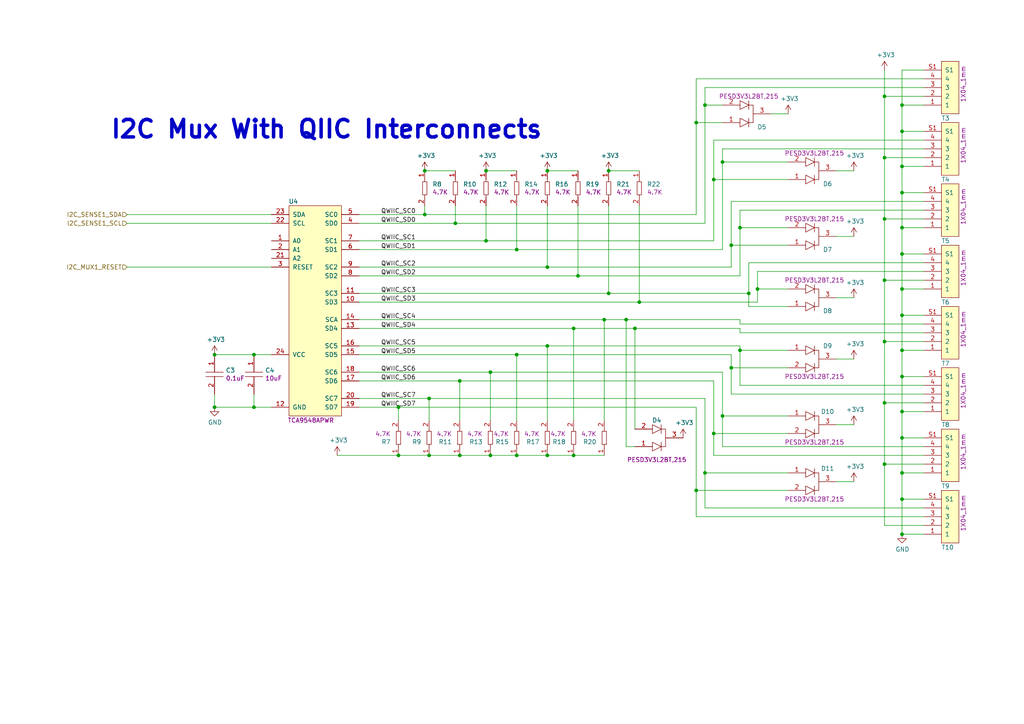
<source format=kicad_sch>
(kicad_sch (version 20231120) (generator "eeschema") (generator_version "8.0")
  (paper "A4")
  (junction (at 132.08 64.77))
  (junction (at 140.97 69.85))
  (junction (at 256.54 116.84))
  (junction (at 62.23 118.11))
  (junction (at 115.57 132.08))
  (junction (at 261.62 127))
  (junction (at 261.62 83.82))
  (junction (at 204.47 137.16))
  (junction (at 158.75 77.47))
  (junction (at 261.62 55.88))
  (junction (at 201.93 142.24))
  (junction (at 181.61 92.71))
  (junction (at 123.19 49.53))
  (junction (at 204.47 30.48))
  (junction (at 209.55 120.65))
  (junction (at 123.19 62.23))
  (junction (at 166.37 95.25))
  (junction (at 133.35 110.49))
  (junction (at 217.17 85.09))
  (junction (at 175.26 92.71))
  (junction (at 185.42 87.63))
  (junction (at 261.62 91.44))
  (junction (at 149.86 132.08))
  (junction (at 261.62 73.66))
  (junction (at 158.75 100.33))
  (junction (at 256.54 134.62))
  (junction (at 73.66 102.87))
  (junction (at 142.24 132.08))
  (junction (at 124.46 132.08))
  (junction (at 158.75 132.08))
  (junction (at 256.54 45.72))
  (junction (at 176.53 49.53))
  (junction (at 140.97 49.53))
  (junction (at 207.01 52.07))
  (junction (at 124.46 115.57))
  (junction (at 261.62 38.1))
  (junction (at 261.62 66.04))
  (junction (at 201.93 35.56))
  (junction (at 261.62 109.22))
  (junction (at 166.37 132.08))
  (junction (at 158.75 49.53))
  (junction (at 261.62 137.16))
  (junction (at 256.54 63.5))
  (junction (at 115.57 118.11))
  (junction (at 133.35 132.08))
  (junction (at 261.62 144.78))
  (junction (at 261.62 48.26))
  (junction (at 214.63 101.6))
  (junction (at 256.54 99.06))
  (junction (at 261.62 119.38))
  (junction (at 149.86 102.87))
  (junction (at 167.64 80.01))
  (junction (at 219.71 83.82))
  (junction (at 176.53 85.09))
  (junction (at 142.24 107.95))
  (junction (at 256.54 81.28))
  (junction (at 214.63 66.04))
  (junction (at 207.01 125.73))
  (junction (at 212.09 71.12))
  (junction (at 256.54 27.94))
  (junction (at 184.15 95.25))
  (junction (at 261.62 154.94))
  (junction (at 212.09 106.68))
  (junction (at 261.62 101.6))
  (junction (at 149.86 72.39))
  (junction (at 209.55 46.99))
  (junction (at 62.23 102.87))
  (junction (at 261.62 30.48))
  (junction (at 73.66 118.11))
  (wire (pts (xy 78.74 64.77) (xy 36.83 64.77)))
  (wire (pts (xy 123.19 62.23) (xy 201.93 62.23)))
  (wire (pts (xy 123.19 49.53) (xy 132.08 49.53)))
  (wire (pts (xy 158.75 121.92) (xy 158.75 100.33)))
  (wire (pts (xy 219.71 83.82) (xy 219.71 87.63)))
  (wire (pts (xy 167.64 80.01) (xy 104.14 80.01)))
  (wire (pts (xy 204.47 25.4) (xy 267.97 25.4)))
  (wire (pts (xy 261.62 109.22) (xy 261.62 101.6)))
  (wire (pts (xy 133.35 110.49) (xy 104.14 110.49)))
  (wire (pts (xy 267.97 132.08) (xy 207.01 132.08)))
  (wire (pts (xy 204.47 115.57) (xy 204.47 137.16)))
  (wire (pts (xy 62.23 114.3) (xy 62.23 118.11)))
  (wire (pts (xy 261.62 66.04) (xy 267.97 66.04)))
  (wire (pts (xy 214.63 66.04) (xy 214.63 80.01)))
  (wire (pts (xy 256.54 63.5) (xy 256.54 81.28)))
  (wire (pts (xy 267.97 109.22) (xy 261.62 109.22)))
  (wire (pts (xy 209.55 43.18) (xy 209.55 46.99)))
  (wire (pts (xy 256.54 45.72) (xy 256.54 63.5)))
  (wire (pts (xy 132.08 64.77) (xy 104.14 64.77)))
  (wire (pts (xy 267.97 55.88) (xy 261.62 55.88)))
  (wire (pts (xy 104.14 100.33) (xy 158.75 100.33)))
  (wire (pts (xy 78.74 62.23) (xy 36.83 62.23)))
  (wire (pts (xy 158.75 132.08) (xy 166.37 132.08)))
  (wire (pts (xy 123.19 59.69) (xy 123.19 62.23)))
  (wire (pts (xy 242.57 123.19) (xy 247.65 123.19)))
  (wire (pts (xy 201.93 22.86) (xy 267.97 22.86)))
  (wire (pts (xy 104.14 107.95) (xy 142.24 107.95)))
  (wire (pts (xy 217.17 88.9) (xy 217.17 85.09)))
  (wire (pts (xy 185.42 87.63) (xy 104.14 87.63)))
  (wire (pts (xy 207.01 132.08) (xy 207.01 125.73)))
  (wire (pts (xy 261.62 101.6) (xy 267.97 101.6)))
  (wire (pts (xy 204.47 147.32) (xy 267.97 147.32)))
  (wire (pts (xy 214.63 111.76) (xy 267.97 111.76)))
  (wire (pts (xy 124.46 121.92) (xy 124.46 115.57)))
  (wire (pts (xy 214.63 60.96) (xy 214.63 66.04)))
  (wire (pts (xy 261.62 66.04) (xy 261.62 55.88)))
  (wire (pts (xy 209.55 35.56) (xy 201.93 35.56)))
  (wire (pts (xy 267.97 81.28) (xy 256.54 81.28)))
  (wire (pts (xy 217.17 85.09) (xy 217.17 76.2)))
  (wire (pts (xy 261.62 91.44) (xy 267.97 91.44)))
  (wire (pts (xy 209.55 72.39) (xy 149.86 72.39)))
  (wire (pts (xy 228.6 142.24) (xy 201.93 142.24)))
  (wire (pts (xy 104.14 77.47) (xy 158.75 77.47)))
  (wire (pts (xy 158.75 59.69) (xy 158.75 77.47)))
  (wire (pts (xy 104.14 62.23) (xy 123.19 62.23)))
  (wire (pts (xy 104.14 92.71) (xy 175.26 92.71)))
  (wire (pts (xy 267.97 27.94) (xy 256.54 27.94)))
  (wire (pts (xy 228.6 88.9) (xy 217.17 88.9)))
  (wire (pts (xy 115.57 118.11) (xy 115.57 121.92)))
  (wire (pts (xy 261.62 48.26) (xy 261.62 38.1)))
  (wire (pts (xy 175.26 132.08) (xy 166.37 132.08)))
  (wire (pts (xy 214.63 100.33) (xy 214.63 101.6)))
  (wire (pts (xy 242.57 104.14) (xy 247.65 104.14)))
  (wire (pts (xy 158.75 49.53) (xy 167.64 49.53)))
  (wire (pts (xy 261.62 101.6) (xy 261.62 91.44)))
  (wire (pts (xy 166.37 95.25) (xy 104.14 95.25)))
  (wire (pts (xy 261.62 20.32) (xy 267.97 20.32)))
  (wire (pts (xy 261.62 55.88) (xy 261.62 48.26)))
  (wire (pts (xy 207.01 40.64) (xy 267.97 40.64)))
  (wire (pts (xy 267.97 127) (xy 261.62 127)))
  (wire (pts (xy 267.97 116.84) (xy 256.54 116.84)))
  (wire (pts (xy 104.14 69.85) (xy 140.97 69.85)))
  (wire (pts (xy 214.63 96.52) (xy 214.63 95.25)))
  (wire (pts (xy 228.6 125.73) (xy 207.01 125.73)))
  (wire (pts (xy 142.24 132.08) (xy 149.86 132.08)))
  (wire (pts (xy 209.55 30.48) (xy 204.47 30.48)))
  (wire (pts (xy 228.6 101.6) (xy 214.63 101.6)))
  (wire (pts (xy 201.93 142.24) (xy 201.93 118.11)))
  (wire (pts (xy 256.54 20.32) (xy 256.54 27.94)))
  (wire (pts (xy 219.71 78.74) (xy 219.71 83.82)))
  (wire (pts (xy 132.08 59.69) (xy 132.08 64.77)))
  (wire (pts (xy 212.09 114.3) (xy 212.09 106.68)))
  (wire (pts (xy 267.97 114.3) (xy 212.09 114.3)))
  (wire (pts (xy 214.63 93.98) (xy 267.97 93.98)))
  (wire (pts (xy 133.35 121.92) (xy 133.35 110.49)))
  (wire (pts (xy 207.01 125.73) (xy 207.01 110.49)))
  (wire (pts (xy 267.97 134.62) (xy 256.54 134.62)))
  (wire (pts (xy 256.54 81.28) (xy 256.54 99.06)))
  (wire (pts (xy 140.97 69.85) (xy 207.01 69.85)))
  (wire (pts (xy 209.55 129.54) (xy 267.97 129.54)))
  (wire (pts (xy 261.62 91.44) (xy 261.62 83.82)))
  (wire (pts (xy 214.63 95.25) (xy 184.15 95.25)))
  (wire (pts (xy 267.97 99.06) (xy 256.54 99.06)))
  (wire (pts (xy 204.47 64.77) (xy 132.08 64.77)))
  (wire (pts (xy 176.53 49.53) (xy 185.42 49.53)))
  (wire (pts (xy 158.75 77.47) (xy 212.09 77.47)))
  (wire (pts (xy 62.23 118.11) (xy 73.66 118.11)))
  (wire (pts (xy 176.53 59.69) (xy 176.53 85.09)))
  (wire (pts (xy 201.93 35.56) (xy 201.93 22.86)))
  (wire (pts (xy 167.64 59.69) (xy 167.64 80.01)))
  (wire (pts (xy 261.62 127) (xy 261.62 119.38)))
  (wire (pts (xy 217.17 76.2) (xy 267.97 76.2)))
  (wire (pts (xy 242.57 49.53) (xy 247.65 49.53)))
  (wire (pts (xy 261.62 144.78) (xy 261.62 154.94)))
  (wire (pts (xy 256.54 134.62) (xy 256.54 152.4)))
  (wire (pts (xy 149.86 72.39) (xy 104.14 72.39)))
  (wire (pts (xy 184.15 95.25) (xy 166.37 95.25)))
  (wire (pts (xy 219.71 87.63) (xy 185.42 87.63)))
  (wire (pts (xy 261.62 137.16) (xy 261.62 127)))
  (wire (pts (xy 73.66 118.11) (xy 78.74 118.11)))
  (wire (pts (xy 204.47 25.4) (xy 204.47 30.48)))
  (wire (pts (xy 140.97 59.69) (xy 140.97 69.85)))
  (wire (pts (xy 228.6 120.65) (xy 209.55 120.65)))
  (wire (pts (xy 124.46 132.08) (xy 133.35 132.08)))
  (wire (pts (xy 261.62 119.38) (xy 267.97 119.38)))
  (wire (pts (xy 261.62 137.16) (xy 261.62 144.78)))
  (wire (pts (xy 149.86 59.69) (xy 149.86 72.39)))
  (wire (pts (xy 175.26 121.92) (xy 175.26 92.71)))
  (wire (pts (xy 124.46 132.08) (xy 115.57 132.08)))
  (wire (pts (xy 267.97 45.72) (xy 256.54 45.72)))
  (wire (pts (xy 212.09 77.47) (xy 212.09 71.12)))
  (wire (pts (xy 104.14 85.09) (xy 176.53 85.09)))
  (wire (pts (xy 228.6 52.07) (xy 207.01 52.07)))
  (wire (pts (xy 261.62 48.26) (xy 267.97 48.26)))
  (wire (pts (xy 78.74 77.47) (xy 36.83 77.47)))
  (wire (pts (xy 176.53 85.09) (xy 217.17 85.09)))
  (wire (pts (xy 142.24 132.08) (xy 133.35 132.08)))
  (wire (pts (xy 228.6 71.12) (xy 212.09 71.12)))
  (wire (pts (xy 228.6 66.04) (xy 214.63 66.04)))
  (wire (pts (xy 261.62 30.48) (xy 261.62 20.32)))
  (wire (pts (xy 214.63 96.52) (xy 267.97 96.52)))
  (wire (pts (xy 97.79 132.08) (xy 115.57 132.08)))
  (wire (pts (xy 242.57 86.36) (xy 247.65 86.36)))
  (wire (pts (xy 209.55 107.95) (xy 209.55 120.65)))
  (wire (pts (xy 201.93 149.86) (xy 201.93 142.24)))
  (wire (pts (xy 242.57 139.7) (xy 247.65 139.7)))
  (wire (pts (xy 115.57 118.11) (xy 104.14 118.11)))
  (wire (pts (xy 201.93 118.11) (xy 115.57 118.11)))
  (wire (pts (xy 212.09 106.68) (xy 212.09 102.87)))
  (wire (pts (xy 214.63 92.71) (xy 214.63 93.98)))
  (wire (pts (xy 228.6 83.82) (xy 219.71 83.82)))
  (wire (pts (xy 181.61 92.71) (xy 214.63 92.71)))
  (wire (pts (xy 204.47 30.48) (xy 204.47 64.77)))
  (wire (pts (xy 73.66 102.87) (xy 62.23 102.87)))
  (wire (pts (xy 261.62 83.82) (xy 261.62 73.66)))
  (wire (pts (xy 201.93 62.23) (xy 201.93 35.56)))
  (wire (pts (xy 207.01 110.49) (xy 133.35 110.49)))
  (wire (pts (xy 228.6 137.16) (xy 204.47 137.16)))
  (wire (pts (xy 256.54 27.94) (xy 256.54 45.72)))
  (wire (pts (xy 261.62 38.1) (xy 261.62 30.48)))
  (wire (pts (xy 104.14 115.57) (xy 124.46 115.57)))
  (wire (pts (xy 73.66 114.3) (xy 73.66 118.11)))
  (wire (pts (xy 267.97 78.74) (xy 219.71 78.74)))
  (wire (pts (xy 261.62 73.66) (xy 261.62 66.04)))
  (wire (pts (xy 184.15 129.54) (xy 181.61 129.54)))
  (wire (pts (xy 261.62 119.38) (xy 261.62 109.22)))
  (wire (pts (xy 267.97 149.86) (xy 201.93 149.86)))
  (wire (pts (xy 140.97 49.53) (xy 149.86 49.53)))
  (wire (pts (xy 212.09 58.42) (xy 267.97 58.42)))
  (wire (pts (xy 267.97 63.5) (xy 256.54 63.5)))
  (wire (pts (xy 142.24 107.95) (xy 209.55 107.95)))
  (wire (pts (xy 175.26 92.71) (xy 181.61 92.71)))
  (wire (pts (xy 256.54 116.84) (xy 256.54 134.62)))
  (wire (pts (xy 228.6 106.68) (xy 212.09 106.68)))
  (wire (pts (xy 149.86 121.92) (xy 149.86 102.87)))
  (wire (pts (xy 261.62 137.16) (xy 267.97 137.16)))
  (wire (pts (xy 207.01 52.07) (xy 207.01 40.64)))
  (wire (pts (xy 142.24 121.92) (xy 142.24 107.95)))
  (wire (pts (xy 158.75 132.08) (xy 149.86 132.08)))
  (wire (pts (xy 256.54 152.4) (xy 267.97 152.4)))
  (wire (pts (xy 267.97 73.66) (xy 261.62 73.66)))
  (wire (pts (xy 212.09 71.12) (xy 212.09 58.42)))
  (wire (pts (xy 261.62 154.94) (xy 267.97 154.94)))
  (wire (pts (xy 214.63 80.01) (xy 167.64 80.01)))
  (wire (pts (xy 181.61 129.54) (xy 181.61 92.71)))
  (wire (pts (xy 267.97 38.1) (xy 261.62 38.1)))
  (wire (pts (xy 207.01 69.85) (xy 207.01 52.07)))
  (wire (pts (xy 267.97 60.96) (xy 214.63 60.96)))
  (wire (pts (xy 209.55 46.99) (xy 209.55 72.39)))
  (wire (pts (xy 228.6 46.99) (xy 209.55 46.99)))
  (wire (pts (xy 209.55 120.65) (xy 209.55 129.54)))
  (wire (pts (xy 204.47 137.16) (xy 204.47 147.32)))
  (wire (pts (xy 124.46 115.57) (xy 204.47 115.57)))
  (wire (pts (xy 166.37 121.92) (xy 166.37 95.25)))
  (wire (pts (xy 214.63 101.6) (xy 214.63 111.76)))
  (wire (pts (xy 73.66 102.87) (xy 78.74 102.87)))
  (wire (pts (xy 149.86 102.87) (xy 104.14 102.87)))
  (wire (pts (xy 256.54 99.06) (xy 256.54 116.84)))
  (wire (pts (xy 242.57 68.58) (xy 247.65 68.58)))
  (wire (pts (xy 267.97 43.18) (xy 209.55 43.18)))
  (wire (pts (xy 261.62 83.82) (xy 267.97 83.82)))
  (wire (pts (xy 223.52 33.02) (xy 228.6 33.02)))
  (wire (pts (xy 267.97 144.78) (xy 261.62 144.78)))
  (wire (pts (xy 185.42 59.69) (xy 185.42 87.63)))
  (wire (pts (xy 184.15 124.46) (xy 184.15 95.25)))
  (wire (pts (xy 261.62 30.48) (xy 267.97 30.48)))
  (wire (pts (xy 212.09 102.87) (xy 149.86 102.87)))
  (wire (pts (xy 158.75 100.33) (xy 214.63 100.33)))
  (text "I2C Mux With QIIC Interconnects" (at 31.75 40.64 0) (effects (font (size 5.08 5.08) (thickness 1.016) (bold yes)) (justify left bottom)))
  (label "QWIIC_SC7" (at 110.49 115.57 0))
  (label "QWIIC_SD1" (at 110.49 72.39 0))
  (label "QWIIC_SC6" (at 110.49 107.95 0))
  (label "QWIIC_SD0" (at 110.49 64.77 0))
  (label "QWIIC_SD6" (at 110.49 110.49 0))
  (label "QWIIC_SD5" (at 110.49 102.87 0))
  (label "QWIIC_SC3" (at 110.49 85.09 0))
  (label "QWIIC_SC0" (at 110.49 62.23 0))
  (label "QWIIC_SD2" (at 110.49 80.01 0))
  (label "QWIIC_SC2" (at 110.49 77.47 0))
  (label "QWIIC_SD4" (at 110.49 95.25 0))
  (label "QWIIC_SD3" (at 110.49 87.63 0))
  (label "QWIIC_SC1" (at 110.49 69.85 0))
  (label "QWIIC_SD7" (at 110.49 118.11 0))
  (label "QWIIC_SC4" (at 110.49 92.71 0))
  (label "QWIIC_SC5" (at 110.49 100.33 0))
  (hierarchical_label "I2C_MUX1_RESET" (shape input) (at 36.83 77.47 180))
  (hierarchical_label "I2C_SENSE1_SCL" (shape input) (at 36.83 64.77 180))
  (hierarchical_label "I2C_SENSE1_SDA" (shape input) (at 36.83 62.23 180))
  (symbol (lib_id "AVR-KiCAD-Lib-Connectors:BM04B-SRSS-TB(LF)(SN)") (at 273.05 33.02 0) (mirror x) (unit 1)
    (property "Reference" "T3" (at 273.05 34.29 0) (effects (justify left)))
    (property "Value" "BM04B-SRSS-TB(LF)(SN)" (effects (hide yes)))
    (property "Footprint" "AVR-KiCAD-Lib-Connectors:CONN_BM04B-SRSS-TB(LF)(SN)" (effects (hide yes)))
    (property "Datasheet" "http://www.jst-mfg.com/product/pdf/eng/eSH.pdf" (effects (hide yes)))
    (property "Cost QTY: 1" "0.63000" (effects (hide yes)))
    (property "Cost QTY: 1000" "0.28713" (effects (hide yes)))
    (property "Cost QTY: 2500" "*" (effects (hide yes)))
    (property "Cost QTY: 5000" "*" (effects (hide yes)))
    (property "Cost QTY: 10000" "0.24226" (effects (hide yes)))
    (property "MFR" "JST Sales America Inc." (effects (hide yes)))
    (property "MFR#" "BM04B-SRSS-TB(LF)(SN)" (effects (hide yes)))
    (property "Vendor" "Digikey" (effects (hide yes)))
    (property "Vendor #" "455-1790-2-ND" (effects (hide yes)))
    (property "Designer" "AVR" (effects (hide yes)))
    (property "Height" "4.9mm" (effects (hide yes)))
    (property "Date Created" "6/18/2020" (effects (hide yes)))
    (property "Date Modified" "6/18/2020" (effects (hide yes)))
    (property "Lead-Free ?" "Yes" (effects (hide yes)))
    (property "RoHS Levels" "1" (effects (hide yes)))
    (property "Mounting" "SMT" (effects (hide yes)))
    (property "Pin Count #" "4" (effects (hide yes)))
    (property "Status" "Active" (effects (hide yes)))
    (property "Tolerance" "*" (effects (hide yes)))
    (property "Type" "Connector" (effects (hide yes)))
    (property "Voltage" "50V" (effects (hide yes)))
    (property "Package" "*" (effects (hide yes)))
    (property "Description" "Connector Header Surface Mount 4 position 0.039\" (1.00mm)" (effects (hide yes)))
    (property "_Value_" "1X04_1mm" (at 279.4 19.05 90) (effects (justify left)))
    (property "Management_ID" "*" (effects (hide yes)))
  )
  (symbol (lib_id "AVR-KiCAD-Lib-Connectors:BM04B-SRSS-TB(LF)(SN)") (at 273.05 50.8 0) (mirror x) (unit 1)
    (property "Reference" "T4" (at 273.05 52.07 0) (effects (justify left)))
    (property "Value" "BM04B-SRSS-TB(LF)(SN)" (effects (hide yes)))
    (property "Footprint" "AVR-KiCAD-Lib-Connectors:CONN_BM04B-SRSS-TB(LF)(SN)" (effects (hide yes)))
    (property "Datasheet" "http://www.jst-mfg.com/product/pdf/eng/eSH.pdf" (effects (hide yes)))
    (property "Cost QTY: 1" "0.63000" (effects (hide yes)))
    (property "Cost QTY: 1000" "0.28713" (effects (hide yes)))
    (property "Cost QTY: 2500" "*" (effects (hide yes)))
    (property "Cost QTY: 5000" "*" (effects (hide yes)))
    (property "Cost QTY: 10000" "0.24226" (effects (hide yes)))
    (property "MFR" "JST Sales America Inc." (effects (hide yes)))
    (property "MFR#" "BM04B-SRSS-TB(LF)(SN)" (effects (hide yes)))
    (property "Vendor" "Digikey" (effects (hide yes)))
    (property "Vendor #" "455-1790-2-ND" (effects (hide yes)))
    (property "Designer" "AVR" (effects (hide yes)))
    (property "Height" "4.9mm" (effects (hide yes)))
    (property "Date Created" "6/18/2020" (effects (hide yes)))
    (property "Date Modified" "6/18/2020" (effects (hide yes)))
    (property "Lead-Free ?" "Yes" (effects (hide yes)))
    (property "RoHS Levels" "1" (effects (hide yes)))
    (property "Mounting" "SMT" (effects (hide yes)))
    (property "Pin Count #" "4" (effects (hide yes)))
    (property "Status" "Active" (effects (hide yes)))
    (property "Tolerance" "*" (effects (hide yes)))
    (property "Type" "Connector" (effects (hide yes)))
    (property "Voltage" "50V" (effects (hide yes)))
    (property "Package" "*" (effects (hide yes)))
    (property "Description" "Connector Header Surface Mount 4 position 0.039\" (1.00mm)" (effects (hide yes)))
    (property "_Value_" "1X04_1mm" (at 279.4 36.83 90) (effects (justify left)))
    (property "Management_ID" "*" (effects (hide yes)))
  )
  (symbol (lib_id "AVR-KiCAD-Lib-Connectors:BM04B-SRSS-TB(LF)(SN)") (at 273.05 68.58 0) (mirror x) (unit 1)
    (property "Reference" "T5" (at 273.05 69.85 0) (effects (justify left)))
    (property "Value" "BM04B-SRSS-TB(LF)(SN)" (effects (hide yes)))
    (property "Footprint" "AVR-KiCAD-Lib-Connectors:CONN_BM04B-SRSS-TB(LF)(SN)" (effects (hide yes)))
    (property "Datasheet" "http://www.jst-mfg.com/product/pdf/eng/eSH.pdf" (effects (hide yes)))
    (property "Cost QTY: 1" "0.63000" (effects (hide yes)))
    (property "Cost QTY: 1000" "0.28713" (effects (hide yes)))
    (property "Cost QTY: 2500" "*" (effects (hide yes)))
    (property "Cost QTY: 5000" "*" (effects (hide yes)))
    (property "Cost QTY: 10000" "0.24226" (effects (hide yes)))
    (property "MFR" "JST Sales America Inc." (effects (hide yes)))
    (property "MFR#" "BM04B-SRSS-TB(LF)(SN)" (effects (hide yes)))
    (property "Vendor" "Digikey" (effects (hide yes)))
    (property "Vendor #" "455-1790-2-ND" (effects (hide yes)))
    (property "Designer" "AVR" (effects (hide yes)))
    (property "Height" "4.9mm" (effects (hide yes)))
    (property "Date Created" "6/18/2020" (effects (hide yes)))
    (property "Date Modified" "6/18/2020" (effects (hide yes)))
    (property "Lead-Free ?" "Yes" (effects (hide yes)))
    (property "RoHS Levels" "1" (effects (hide yes)))
    (property "Mounting" "SMT" (effects (hide yes)))
    (property "Pin Count #" "4" (effects (hide yes)))
    (property "Status" "Active" (effects (hide yes)))
    (property "Tolerance" "*" (effects (hide yes)))
    (property "Type" "Connector" (effects (hide yes)))
    (property "Voltage" "50V" (effects (hide yes)))
    (property "Package" "*" (effects (hide yes)))
    (property "Description" "Connector Header Surface Mount 4 position 0.039\" (1.00mm)" (effects (hide yes)))
    (property "_Value_" "1X04_1mm" (at 279.4 54.61 90) (effects (justify left)))
    (property "Management_ID" "*" (effects (hide yes)))
  )
  (symbol (lib_id "AVR-KiCAD-Lib-Connectors:BM04B-SRSS-TB(LF)(SN)") (at 273.05 86.36 0) (mirror x) (unit 1)
    (property "Reference" "T6" (at 273.05 87.63 0) (effects (justify left)))
    (property "Value" "BM04B-SRSS-TB(LF)(SN)" (effects (hide yes)))
    (property "Footprint" "AVR-KiCAD-Lib-Connectors:CONN_BM04B-SRSS-TB(LF)(SN)" (effects (hide yes)))
    (property "Datasheet" "http://www.jst-mfg.com/product/pdf/eng/eSH.pdf" (effects (hide yes)))
    (property "Cost QTY: 1" "0.63000" (effects (hide yes)))
    (property "Cost QTY: 1000" "0.28713" (effects (hide yes)))
    (property "Cost QTY: 2500" "*" (effects (hide yes)))
    (property "Cost QTY: 5000" "*" (effects (hide yes)))
    (property "Cost QTY: 10000" "0.24226" (effects (hide yes)))
    (property "MFR" "JST Sales America Inc." (effects (hide yes)))
    (property "MFR#" "BM04B-SRSS-TB(LF)(SN)" (effects (hide yes)))
    (property "Vendor" "Digikey" (effects (hide yes)))
    (property "Vendor #" "455-1790-2-ND" (effects (hide yes)))
    (property "Designer" "AVR" (effects (hide yes)))
    (property "Height" "4.9mm" (effects (hide yes)))
    (property "Date Created" "6/18/2020" (effects (hide yes)))
    (property "Date Modified" "6/18/2020" (effects (hide yes)))
    (property "Lead-Free ?" "Yes" (effects (hide yes)))
    (property "RoHS Levels" "1" (effects (hide yes)))
    (property "Mounting" "SMT" (effects (hide yes)))
    (property "Pin Count #" "4" (effects (hide yes)))
    (property "Status" "Active" (effects (hide yes)))
    (property "Tolerance" "*" (effects (hide yes)))
    (property "Type" "Connector" (effects (hide yes)))
    (property "Voltage" "50V" (effects (hide yes)))
    (property "Package" "*" (effects (hide yes)))
    (property "Description" "Connector Header Surface Mount 4 position 0.039\" (1.00mm)" (effects (hide yes)))
    (property "_Value_" "1X04_1mm" (at 279.4 72.39 90) (effects (justify left)))
    (property "Management_ID" "*" (effects (hide yes)))
  )
  (symbol (lib_id "AVR-KiCAD-Lib-Connectors:BM04B-SRSS-TB(LF)(SN)") (at 273.05 104.14 0) (mirror x) (unit 1)
    (property "Reference" "T7" (at 273.05 105.41 0) (effects (justify left)))
    (property "Value" "BM04B-SRSS-TB(LF)(SN)" (effects (hide yes)))
    (property "Footprint" "AVR-KiCAD-Lib-Connectors:CONN_BM04B-SRSS-TB(LF)(SN)" (effects (hide yes)))
    (property "Datasheet" "http://www.jst-mfg.com/product/pdf/eng/eSH.pdf" (effects (hide yes)))
    (property "Cost QTY: 1" "0.63000" (effects (hide yes)))
    (property "Cost QTY: 1000" "0.28713" (effects (hide yes)))
    (property "Cost QTY: 2500" "*" (effects (hide yes)))
    (property "Cost QTY: 5000" "*" (effects (hide yes)))
    (property "Cost QTY: 10000" "0.24226" (effects (hide yes)))
    (property "MFR" "JST Sales America Inc." (effects (hide yes)))
    (property "MFR#" "BM04B-SRSS-TB(LF)(SN)" (effects (hide yes)))
    (property "Vendor" "Digikey" (effects (hide yes)))
    (property "Vendor #" "455-1790-2-ND" (effects (hide yes)))
    (property "Designer" "AVR" (effects (hide yes)))
    (property "Height" "4.9mm" (effects (hide yes)))
    (property "Date Created" "6/18/2020" (effects (hide yes)))
    (property "Date Modified" "6/18/2020" (effects (hide yes)))
    (property "Lead-Free ?" "Yes" (effects (hide yes)))
    (property "RoHS Levels" "1" (effects (hide yes)))
    (property "Mounting" "SMT" (effects (hide yes)))
    (property "Pin Count #" "4" (effects (hide yes)))
    (property "Status" "Active" (effects (hide yes)))
    (property "Tolerance" "*" (effects (hide yes)))
    (property "Type" "Connector" (effects (hide yes)))
    (property "Voltage" "50V" (effects (hide yes)))
    (property "Package" "*" (effects (hide yes)))
    (property "Description" "Connector Header Surface Mount 4 position 0.039\" (1.00mm)" (effects (hide yes)))
    (property "_Value_" "1X04_1mm" (at 279.4 90.17 90) (effects (justify left)))
    (property "Management_ID" "*" (effects (hide yes)))
  )
  (symbol (lib_id "AVR-KiCAD-Lib-Connectors:BM04B-SRSS-TB(LF)(SN)") (at 273.05 121.92 0) (mirror x) (unit 1)
    (property "Reference" "T8" (at 273.05 123.19 0) (effects (justify left)))
    (property "Value" "BM04B-SRSS-TB(LF)(SN)" (effects (hide yes)))
    (property "Footprint" "AVR-KiCAD-Lib-Connectors:CONN_BM04B-SRSS-TB(LF)(SN)" (effects (hide yes)))
    (property "Datasheet" "http://www.jst-mfg.com/product/pdf/eng/eSH.pdf" (effects (hide yes)))
    (property "Cost QTY: 1" "0.63000" (effects (hide yes)))
    (property "Cost QTY: 1000" "0.28713" (effects (hide yes)))
    (property "Cost QTY: 2500" "*" (effects (hide yes)))
    (property "Cost QTY: 5000" "*" (effects (hide yes)))
    (property "Cost QTY: 10000" "0.24226" (effects (hide yes)))
    (property "MFR" "JST Sales America Inc." (effects (hide yes)))
    (property "MFR#" "BM04B-SRSS-TB(LF)(SN)" (effects (hide yes)))
    (property "Vendor" "Digikey" (effects (hide yes)))
    (property "Vendor #" "455-1790-2-ND" (effects (hide yes)))
    (property "Designer" "AVR" (effects (hide yes)))
    (property "Height" "4.9mm" (effects (hide yes)))
    (property "Date Created" "6/18/2020" (effects (hide yes)))
    (property "Date Modified" "6/18/2020" (effects (hide yes)))
    (property "Lead-Free ?" "Yes" (effects (hide yes)))
    (property "RoHS Levels" "1" (effects (hide yes)))
    (property "Mounting" "SMT" (effects (hide yes)))
    (property "Pin Count #" "4" (effects (hide yes)))
    (property "Status" "Active" (effects (hide yes)))
    (property "Tolerance" "*" (effects (hide yes)))
    (property "Type" "Connector" (effects (hide yes)))
    (property "Voltage" "50V" (effects (hide yes)))
    (property "Package" "*" (effects (hide yes)))
    (property "Description" "Connector Header Surface Mount 4 position 0.039\" (1.00mm)" (effects (hide yes)))
    (property "_Value_" "1X04_1mm" (at 279.4 107.95 90) (effects (justify left)))
    (property "Management_ID" "*" (effects (hide yes)))
  )
  (symbol (lib_id "AVR-KiCAD-Lib-Connectors:BM04B-SRSS-TB(LF)(SN)") (at 273.05 139.7 0) (mirror x) (unit 1)
    (property "Reference" "T9" (at 273.05 140.97 0) (effects (justify left)))
    (property "Value" "BM04B-SRSS-TB(LF)(SN)" (effects (hide yes)))
    (property "Footprint" "AVR-KiCAD-Lib-Connectors:CONN_BM04B-SRSS-TB(LF)(SN)" (effects (hide yes)))
    (property "Datasheet" "http://www.jst-mfg.com/product/pdf/eng/eSH.pdf" (effects (hide yes)))
    (property "Cost QTY: 1" "0.63000" (effects (hide yes)))
    (property "Cost QTY: 1000" "0.28713" (effects (hide yes)))
    (property "Cost QTY: 2500" "*" (effects (hide yes)))
    (property "Cost QTY: 5000" "*" (effects (hide yes)))
    (property "Cost QTY: 10000" "0.24226" (effects (hide yes)))
    (property "MFR" "JST Sales America Inc." (effects (hide yes)))
    (property "MFR#" "BM04B-SRSS-TB(LF)(SN)" (effects (hide yes)))
    (property "Vendor" "Digikey" (effects (hide yes)))
    (property "Vendor #" "455-1790-2-ND" (effects (hide yes)))
    (property "Designer" "AVR" (effects (hide yes)))
    (property "Height" "4.9mm" (effects (hide yes)))
    (property "Date Created" "6/18/2020" (effects (hide yes)))
    (property "Date Modified" "6/18/2020" (effects (hide yes)))
    (property "Lead-Free ?" "Yes" (effects (hide yes)))
    (property "RoHS Levels" "1" (effects (hide yes)))
    (property "Mounting" "SMT" (effects (hide yes)))
    (property "Pin Count #" "4" (effects (hide yes)))
    (property "Status" "Active" (effects (hide yes)))
    (property "Tolerance" "*" (effects (hide yes)))
    (property "Type" "Connector" (effects (hide yes)))
    (property "Voltage" "50V" (effects (hide yes)))
    (property "Package" "*" (effects (hide yes)))
    (property "Description" "Connector Header Surface Mount 4 position 0.039\" (1.00mm)" (effects (hide yes)))
    (property "_Value_" "1X04_1mm" (at 279.4 125.73 90) (effects (justify left)))
    (property "Management_ID" "*" (effects (hide yes)))
  )
  (symbol (lib_id "AVR-KiCAD-Lib-Connectors:BM04B-SRSS-TB(LF)(SN)") (at 273.05 157.48 0) (mirror x) (unit 1)
    (property "Reference" "T10" (at 273.05 158.75 0) (effects (justify left)))
    (property "Value" "BM04B-SRSS-TB(LF)(SN)" (effects (hide yes)))
    (property "Footprint" "AVR-KiCAD-Lib-Connectors:CONN_BM04B-SRSS-TB(LF)(SN)" (effects (hide yes)))
    (property "Datasheet" "http://www.jst-mfg.com/product/pdf/eng/eSH.pdf" (effects (hide yes)))
    (property "Cost QTY: 1" "0.63000" (effects (hide yes)))
    (property "Cost QTY: 1000" "0.28713" (effects (hide yes)))
    (property "Cost QTY: 2500" "*" (effects (hide yes)))
    (property "Cost QTY: 5000" "*" (effects (hide yes)))
    (property "Cost QTY: 10000" "0.24226" (effects (hide yes)))
    (property "MFR" "JST Sales America Inc." (effects (hide yes)))
    (property "MFR#" "BM04B-SRSS-TB(LF)(SN)" (effects (hide yes)))
    (property "Vendor" "Digikey" (effects (hide yes)))
    (property "Vendor #" "455-1790-2-ND" (effects (hide yes)))
    (property "Designer" "AVR" (effects (hide yes)))
    (property "Height" "4.9mm" (effects (hide yes)))
    (property "Date Created" "6/18/2020" (effects (hide yes)))
    (property "Date Modified" "6/18/2020" (effects (hide yes)))
    (property "Lead-Free ?" "Yes" (effects (hide yes)))
    (property "RoHS Levels" "1" (effects (hide yes)))
    (property "Mounting" "SMT" (effects (hide yes)))
    (property "Pin Count #" "4" (effects (hide yes)))
    (property "Status" "Active" (effects (hide yes)))
    (property "Tolerance" "*" (effects (hide yes)))
    (property "Type" "Connector" (effects (hide yes)))
    (property "Voltage" "50V" (effects (hide yes)))
    (property "Package" "*" (effects (hide yes)))
    (property "Description" "Connector Header Surface Mount 4 position 0.039\" (1.00mm)" (effects (hide yes)))
    (property "_Value_" "1X04_1mm" (at 279.4 143.51 90) (effects (justify left)))
    (property "Management_ID" "*" (effects (hide yes)))
  )
  (symbol (lib_id "AVR-KiCAD-Lib-ICs:TCA9548APWR") (at 83.82 59.69 0) (unit 1)
    (property "Reference" "U4" (at 85.09 58.42 0))
    (property "Value" "TCA9548APWR" (effects (hide yes)))
    (property "Footprint" "AVR-KiCAD-Lib-ICs:TCA9548APWR" (effects (hide yes)))
    (property "Datasheet" "https://www.ti.com/lit/ds/symlink/tca9548a.pdf?HQS=TI-null-null-digikeymode-df-pf-null-wwe&ts=1592362720242" (effects (hide yes)))
    (property "Cost QTY: 1" "1.49000" (effects (hide yes)))
    (property "Cost QTY: 1000" "0.63000" (effects (hide yes)))
    (property "Cost QTY: 2500" "*" (effects (hide yes)))
    (property "Cost QTY: 5000" "*" (effects (hide yes)))
    (property "Cost QTY: 10000" "*" (effects (hide yes)))
    (property "MFR" "Texas Instruments" (effects (hide yes)))
    (property "MFR#" "TCA9548APWR" (effects (hide yes)))
    (property "Vendor" "Digikey" (effects (hide yes)))
    (property "Vendor #" "296-34905-1-ND" (effects (hide yes)))
    (property "Designer" "AVR" (effects (hide yes)))
    (property "Height" "1.2mm" (effects (hide yes)))
    (property "Date Created" "6/16/2020" (effects (hide yes)))
    (property "Date Modified" "6/16/2020" (effects (hide yes)))
    (property "Lead-Free ?" "Yes" (effects (hide yes)))
    (property "RoHS Levels" "1" (effects (hide yes)))
    (property "Mounting" "SMT" (effects (hide yes)))
    (property "Pin Count #" "24" (effects (hide yes)))
    (property "Status" "Active" (effects (hide yes)))
    (property "Tolerance" "*" (effects (hide yes)))
    (property "Type" "I2C MUX" (effects (hide yes)))
    (property "Voltage" "1.65V ~ 5.5V" (effects (hide yes)))
    (property "Package" "24-TSSOP" (effects (hide yes)))
    (property "Description" "IC I2C SW 8CH W/RESET 24TSSOP" (effects (hide yes)))
    (property "_Value_" "TCA9548APWR" (at 90.17 121.92 0))
    (property "Management_ID" "*" (effects (hide yes)))
  )
  (symbol (lib_id "agricoltura-SunLeaf-2.4G-rescue:GND-power") (at 261.62 154.94 0) (unit 1)
    (property "Reference" "#PWR?" (effects (hide yes)))
    (property "Value" "GND" (at 261.747 159.3342 0))
    (instances (project "agricoltura-SunLeaf-2.4G" (path "" (reference "#PWR026") (unit 1))))
  )
  (symbol (lib_id "agricoltura-SunLeaf-2.4G-rescue:+3V3-power") (at 62.23 102.87 0) (unit 1)
    (property "Reference" "#PWR?" (effects (hide yes)))
    (property "Value" "+3V3" (at 62.611 98.4758 0))
    (instances (project "agricoltura-SunLeaf-2.4G" (path "" (reference "#PWR010") (unit 1)) (path "" (reference "#PWR010") (unit 1))))
  )
  (symbol (lib_id "AVR-KiCAD-Lib-Capacitors:GRM188R61A106KE69J") (at 73.66 107.95 270) (unit 1)
    (property "Reference" "C?" (at 76.9112 107.4166 90) (effects (justify left)))
    (property "Value" "GRM188R61A106KE69J" (effects (hide yes)))
    (property "Footprint" "AVR-KiCAD-Lib-Capacitors:C0603" (effects (hide yes)))
    (property "Datasheet" "https://search.murata.co.jp/Ceramy/image/img/A01X/G101/ENG/GRM188R61A106KE69-01.pdf" (effects (hide yes)))
    (property "Cost QTY: 1" "0.18000" (effects (hide yes)))
    (property "Cost QTY: 1000" "0.03841" (effects (hide yes)))
    (property "Cost QTY: 2500" "0.03674" (effects (hide yes)))
    (property "Cost QTY: 5000" "0.03340" (effects (hide yes)))
    (property "Cost QTY: 10000" "0.02640" (effects (hide yes)))
    (property "MFR" "Murata Electronics" (effects (hide yes)))
    (property "MFR#" "GRM188R61A106KE69J" (effects (hide yes)))
    (property "Vendor" "Digikey" (effects (hide yes)))
    (property "Vendor #" "490-14372-2-ND" (effects (hide yes)))
    (property "Designer" "AVR" (effects (hide yes)))
    (property "Height" "0.95mm" (effects (hide yes)))
    (property "Date Created" "2/28/2020" (effects (hide yes)))
    (property "Date Modified" "2/28/2020" (effects (hide yes)))
    (property "Lead-Free ?" "Yes" (effects (hide yes)))
    (property "RoHS Levels" "1" (effects (hide yes)))
    (property "Mounting" "SMT" (effects (hide yes)))
    (property "Pin Count #" "2" (effects (hide yes)))
    (property "Status" "Active" (effects (hide yes)))
    (property "Tolerance" "10%" (effects (hide yes)))
    (property "Type" "Ceramic Cap" (effects (hide yes)))
    (property "Voltage" "10V" (effects (hide yes)))
    (property "Package" "0603" (effects (hide yes)))
    (property "Description" "10µF ±10% 10V Ceramic Capacitor X5R 0603 (1608 Metric)" (effects (hide yes)))
    (property "_Value_" "10uF" (at 76.9112 109.728 90) (effects (justify left)))
    (property "Management_ID" "*" (effects (hide yes)))
    (instances (project "agricoltura-SunLeaf-2.4G" (path "" (reference "C4") (unit 1))))
  )
  (symbol (lib_id "AVR-KiCAD-Lib-Capacitors:C0402C104K9PACTU") (at 62.23 107.95 270) (unit 1)
    (property "Reference" "C?" (at 65.4812 107.4166 90) (effects (justify left)))
    (property "Value" "C0402C104K9PACTU" (effects (hide yes)))
    (property "Footprint" "AVR-KiCAD-Lib-Resistors:R0402" (effects (hide yes)))
    (property "Datasheet" "https://content.kemet.com/datasheets/KEM_C1006_X5R_SMD.pdf" (effects (hide yes)))
    (property "Cost QTY: 1" "0.10000" (effects (hide yes)))
    (property "Cost QTY: 1000" "0.01139" (effects (hide yes)))
    (property "Cost QTY: 2500" "0.01035" (effects (hide yes)))
    (property "Cost QTY: 5000" "0.00952" (effects (hide yes)))
    (property "Cost QTY: 10000" "0.00756" (effects (hide yes)))
    (property "MFR" "KEMET" (effects (hide yes)))
    (property "MFR#" "C0402C104K9PACTU" (effects (hide yes)))
    (property "Vendor" "Digikey" (effects (hide yes)))
    (property "Vendor #" "399-3026-6-ND" (effects (hide yes)))
    (property "Designer" "AVR" (effects (hide yes)))
    (property "Height" "0.55mm" (effects (hide yes)))
    (property "Date Created" "12/7/2019" (effects (hide yes)))
    (property "Date Modified" "12/7/2019" (effects (hide yes)))
    (property "Lead-Free ?" "Yes" (effects (hide yes)))
    (property "RoHS Levels" "1" (effects (hide yes)))
    (property "Mounting" "SMT" (effects (hide yes)))
    (property "Pin Count #" "2" (effects (hide yes)))
    (property "Status" "Active" (effects (hide yes)))
    (property "Tolerance" "10%" (effects (hide yes)))
    (property "Type" "Ceramic Cap" (effects (hide yes)))
    (property "Voltage" "6.3V" (effects (hide yes)))
    (property "Package" "0402" (effects (hide yes)))
    (property "Description" "0.1µF ±10% 6.3V Ceramic Capacitor X5R 0402 (1005 Metric)" (effects (hide yes)))
    (property "_Value_" "0.1uF" (at 65.4812 109.728 90) (effects (justify left)))
    (property "Management_ID" "*" (effects (hide yes)))
    (instances (project "agricoltura-SunLeaf-2.4G" (path "" (reference "C3") (unit 1))))
  )
  (symbol (lib_id "agricoltura-SunLeaf-2.4G-rescue:+3V3-power") (at 228.6 33.02 0) (unit 1)
    (property "Reference" "#PWR?" (effects (hide yes)))
    (property "Value" "+3V3" (at 228.981 28.6258 0))
    (instances (project "agricoltura-SunLeaf-2.4G" (path "" (reference "#PWR018") (unit 1)) (path "" (reference "#PWR018") (unit 1))))
  )
  (symbol (lib_id "agricoltura-SunLeaf-2.4G-rescue:GND-power") (at 62.23 118.11 0) (unit 1)
    (property "Reference" "#PWR?" (effects (hide yes)))
    (property "Value" "GND" (at 62.357 122.5042 0))
    (instances (project "agricoltura-SunLeaf-2.4G" (path "" (reference "#PWR011") (unit 1))))
  )
  (symbol (lib_id "AVR-KiCAD-Lib-Resistors:RC0402FR-074K7L") (at 123.19 54.61 270) (unit 1)
    (property "Reference" "R8" (at 125.4252 53.4416 90) (effects (justify left)))
    (property "Value" "RC0402FR-074K7L" (effects (hide yes)))
    (property "Footprint" "AVR-KiCAD-Lib-Resistors:R0402" (effects (hide yes)))
    (property "Datasheet" "https://www.yageo.com/upload/media/product/productsearch/datasheet/rchip/PYu-RC_Group_51_RoHS_L_10.pdf" (effects (hide yes)))
    (property "Cost QTY: 1" "0.10000" (effects (hide yes)))
    (property "Cost QTY: 1000" "0.00289" (effects (hide yes)))
    (property "Cost QTY: 2500" "0.00251" (effects (hide yes)))
    (property "Cost QTY: 5000" "0.00207" (effects (hide yes)))
    (property "Cost QTY: 10000" "0.00163" (effects (hide yes)))
    (property "MFR" "Yageo" (effects (hide yes)))
    (property "MFR#" "RC0402FR-074K7L" (effects (hide yes)))
    (property "Vendor" "Digikey" (effects (hide yes)))
    (property "Vendor #" "311-4.7KLRCT-ND" (effects (hide yes)))
    (property "Designer" "AVR" (effects (hide yes)))
    (property "Height" "0.4mm" (effects (hide yes)))
    (property "Date Created" "12/11/2019" (effects (hide yes)))
    (property "Date Modified" "12/11/2019" (effects (hide yes)))
    (property "Lead-Free ?" "Yes" (effects (hide yes)))
    (property "RoHS Levels" "1" (effects (hide yes)))
    (property "Mounting" "SMT" (effects (hide yes)))
    (property "Pin Count #" "2" (effects (hide yes)))
    (property "Status" "Active" (effects (hide yes)))
    (property "Tolerance" "1%" (effects (hide yes)))
    (property "Type" "Thick Film Resistor" (effects (hide yes)))
    (property "Voltage" "*" (effects (hide yes)))
    (property "Package" "0402" (effects (hide yes)))
    (property "_Value_" "4.7K" (at 125.4252 55.753 90) (effects (justify left)))
    (property "Management_ID" "*" (effects (hide yes)))
    (property "Description" "4.7 kOhms ±1% 0.063W, 1/16W Chip Resistor 0402 (1005 Metric) Moisture Resistant Thick Film" (effects (hide yes)))
  )
  (symbol (lib_id "AVR-KiCAD-Lib-Resistors:RC0402FR-074K7L") (at 132.08 54.61 270) (unit 1)
    (property "Reference" "R10" (at 134.3152 53.4416 90) (effects (justify left)))
    (property "Value" "RC0402FR-074K7L" (effects (hide yes)))
    (property "Footprint" "AVR-KiCAD-Lib-Resistors:R0402" (effects (hide yes)))
    (property "Datasheet" "https://www.yageo.com/upload/media/product/productsearch/datasheet/rchip/PYu-RC_Group_51_RoHS_L_10.pdf" (effects (hide yes)))
    (property "Cost QTY: 1" "0.10000" (effects (hide yes)))
    (property "Cost QTY: 1000" "0.00289" (effects (hide yes)))
    (property "Cost QTY: 2500" "0.00251" (effects (hide yes)))
    (property "Cost QTY: 5000" "0.00207" (effects (hide yes)))
    (property "Cost QTY: 10000" "0.00163" (effects (hide yes)))
    (property "MFR" "Yageo" (effects (hide yes)))
    (property "MFR#" "RC0402FR-074K7L" (effects (hide yes)))
    (property "Vendor" "Digikey" (effects (hide yes)))
    (property "Vendor #" "311-4.7KLRCT-ND" (effects (hide yes)))
    (property "Designer" "AVR" (effects (hide yes)))
    (property "Height" "0.4mm" (effects (hide yes)))
    (property "Date Created" "12/11/2019" (effects (hide yes)))
    (property "Date Modified" "12/11/2019" (effects (hide yes)))
    (property "Lead-Free ?" "Yes" (effects (hide yes)))
    (property "RoHS Levels" "1" (effects (hide yes)))
    (property "Mounting" "SMT" (effects (hide yes)))
    (property "Pin Count #" "2" (effects (hide yes)))
    (property "Status" "Active" (effects (hide yes)))
    (property "Tolerance" "1%" (effects (hide yes)))
    (property "Type" "Thick Film Resistor" (effects (hide yes)))
    (property "Voltage" "*" (effects (hide yes)))
    (property "Package" "0402" (effects (hide yes)))
    (property "_Value_" "4.7K" (at 134.3152 55.753 90) (effects (justify left)))
    (property "Management_ID" "*" (effects (hide yes)))
    (property "Description" "4.7 kOhms ±1% 0.063W, 1/16W Chip Resistor 0402 (1005 Metric) Moisture Resistant Thick Film" (effects (hide yes)))
  )
  (symbol (lib_id "agricoltura-SunLeaf-2.4G-rescue:+3V3-power") (at 123.19 49.53 0) (unit 1)
    (property "Reference" "#PWR013" (effects (hide yes)))
    (property "Value" "+3V3" (at 123.571 45.1358 0))
  )
  (symbol (lib_id "AVR-KiCAD-Lib-Resistors:RC0402FR-074K7L") (at 140.97 54.61 270) (unit 1)
    (property "Reference" "R12" (at 143.2052 53.4416 90) (effects (justify left)))
    (property "Value" "RC0402FR-074K7L" (effects (hide yes)))
    (property "Footprint" "AVR-KiCAD-Lib-Resistors:R0402" (effects (hide yes)))
    (property "Datasheet" "https://www.yageo.com/upload/media/product/productsearch/datasheet/rchip/PYu-RC_Group_51_RoHS_L_10.pdf" (effects (hide yes)))
    (property "Cost QTY: 1" "0.10000" (effects (hide yes)))
    (property "Cost QTY: 1000" "0.00289" (effects (hide yes)))
    (property "Cost QTY: 2500" "0.00251" (effects (hide yes)))
    (property "Cost QTY: 5000" "0.00207" (effects (hide yes)))
    (property "Cost QTY: 10000" "0.00163" (effects (hide yes)))
    (property "MFR" "Yageo" (effects (hide yes)))
    (property "MFR#" "RC0402FR-074K7L" (effects (hide yes)))
    (property "Vendor" "Digikey" (effects (hide yes)))
    (property "Vendor #" "311-4.7KLRCT-ND" (effects (hide yes)))
    (property "Designer" "AVR" (effects (hide yes)))
    (property "Height" "0.4mm" (effects (hide yes)))
    (property "Date Created" "12/11/2019" (effects (hide yes)))
    (property "Date Modified" "12/11/2019" (effects (hide yes)))
    (property "Lead-Free ?" "Yes" (effects (hide yes)))
    (property "RoHS Levels" "1" (effects (hide yes)))
    (property "Mounting" "SMT" (effects (hide yes)))
    (property "Pin Count #" "2" (effects (hide yes)))
    (property "Status" "Active" (effects (hide yes)))
    (property "Tolerance" "1%" (effects (hide yes)))
    (property "Type" "Thick Film Resistor" (effects (hide yes)))
    (property "Voltage" "*" (effects (hide yes)))
    (property "Package" "0402" (effects (hide yes)))
    (property "_Value_" "4.7K" (at 143.2052 55.753 90) (effects (justify left)))
    (property "Management_ID" "*" (effects (hide yes)))
    (property "Description" "4.7 kOhms ±1% 0.063W, 1/16W Chip Resistor 0402 (1005 Metric) Moisture Resistant Thick Film" (effects (hide yes)))
  )
  (symbol (lib_id "AVR-KiCAD-Lib-Resistors:RC0402FR-074K7L") (at 149.86 54.61 270) (unit 1)
    (property "Reference" "R14" (at 152.0952 53.4416 90) (effects (justify left)))
    (property "Value" "RC0402FR-074K7L" (effects (hide yes)))
    (property "Footprint" "AVR-KiCAD-Lib-Resistors:R0402" (effects (hide yes)))
    (property "Datasheet" "https://www.yageo.com/upload/media/product/productsearch/datasheet/rchip/PYu-RC_Group_51_RoHS_L_10.pdf" (effects (hide yes)))
    (property "Cost QTY: 1" "0.10000" (effects (hide yes)))
    (property "Cost QTY: 1000" "0.00289" (effects (hide yes)))
    (property "Cost QTY: 2500" "0.00251" (effects (hide yes)))
    (property "Cost QTY: 5000" "0.00207" (effects (hide yes)))
    (property "Cost QTY: 10000" "0.00163" (effects (hide yes)))
    (property "MFR" "Yageo" (effects (hide yes)))
    (property "MFR#" "RC0402FR-074K7L" (effects (hide yes)))
    (property "Vendor" "Digikey" (effects (hide yes)))
    (property "Vendor #" "311-4.7KLRCT-ND" (effects (hide yes)))
    (property "Designer" "AVR" (effects (hide yes)))
    (property "Height" "0.4mm" (effects (hide yes)))
    (property "Date Created" "12/11/2019" (effects (hide yes)))
    (property "Date Modified" "12/11/2019" (effects (hide yes)))
    (property "Lead-Free ?" "Yes" (effects (hide yes)))
    (property "RoHS Levels" "1" (effects (hide yes)))
    (property "Mounting" "SMT" (effects (hide yes)))
    (property "Pin Count #" "2" (effects (hide yes)))
    (property "Status" "Active" (effects (hide yes)))
    (property "Tolerance" "1%" (effects (hide yes)))
    (property "Type" "Thick Film Resistor" (effects (hide yes)))
    (property "Voltage" "*" (effects (hide yes)))
    (property "Package" "0402" (effects (hide yes)))
    (property "_Value_" "4.7K" (at 152.0952 55.753 90) (effects (justify left)))
    (property "Management_ID" "*" (effects (hide yes)))
    (property "Description" "4.7 kOhms ±1% 0.063W, 1/16W Chip Resistor 0402 (1005 Metric) Moisture Resistant Thick Film" (effects (hide yes)))
  )
  (symbol (lib_id "agricoltura-SunLeaf-2.4G-rescue:+3V3-power") (at 140.97 49.53 0) (unit 1)
    (property "Reference" "#PWR014" (effects (hide yes)))
    (property "Value" "+3V3" (at 141.351 45.1358 0))
  )
  (symbol (lib_id "AVR-KiCAD-Lib-Resistors:RC0402FR-074K7L") (at 158.75 54.61 270) (unit 1)
    (property "Reference" "R16" (at 160.9852 53.4416 90) (effects (justify left)))
    (property "Value" "RC0402FR-074K7L" (effects (hide yes)))
    (property "Footprint" "AVR-KiCAD-Lib-Resistors:R0402" (effects (hide yes)))
    (property "Datasheet" "https://www.yageo.com/upload/media/product/productsearch/datasheet/rchip/PYu-RC_Group_51_RoHS_L_10.pdf" (effects (hide yes)))
    (property "Cost QTY: 1" "0.10000" (effects (hide yes)))
    (property "Cost QTY: 1000" "0.00289" (effects (hide yes)))
    (property "Cost QTY: 2500" "0.00251" (effects (hide yes)))
    (property "Cost QTY: 5000" "0.00207" (effects (hide yes)))
    (property "Cost QTY: 10000" "0.00163" (effects (hide yes)))
    (property "MFR" "Yageo" (effects (hide yes)))
    (property "MFR#" "RC0402FR-074K7L" (effects (hide yes)))
    (property "Vendor" "Digikey" (effects (hide yes)))
    (property "Vendor #" "311-4.7KLRCT-ND" (effects (hide yes)))
    (property "Designer" "AVR" (effects (hide yes)))
    (property "Height" "0.4mm" (effects (hide yes)))
    (property "Date Created" "12/11/2019" (effects (hide yes)))
    (property "Date Modified" "12/11/2019" (effects (hide yes)))
    (property "Lead-Free ?" "Yes" (effects (hide yes)))
    (property "RoHS Levels" "1" (effects (hide yes)))
    (property "Mounting" "SMT" (effects (hide yes)))
    (property "Pin Count #" "2" (effects (hide yes)))
    (property "Status" "Active" (effects (hide yes)))
    (property "Tolerance" "1%" (effects (hide yes)))
    (property "Type" "Thick Film Resistor" (effects (hide yes)))
    (property "Voltage" "*" (effects (hide yes)))
    (property "Package" "0402" (effects (hide yes)))
    (property "_Value_" "4.7K" (at 160.9852 55.753 90) (effects (justify left)))
    (property "Management_ID" "*" (effects (hide yes)))
    (property "Description" "4.7 kOhms ±1% 0.063W, 1/16W Chip Resistor 0402 (1005 Metric) Moisture Resistant Thick Film" (effects (hide yes)))
  )
  (symbol (lib_id "AVR-KiCAD-Lib-Resistors:RC0402FR-074K7L") (at 167.64 54.61 270) (unit 1)
    (property "Reference" "R19" (at 169.8752 53.4416 90) (effects (justify left)))
    (property "Value" "RC0402FR-074K7L" (effects (hide yes)))
    (property "Footprint" "AVR-KiCAD-Lib-Resistors:R0402" (effects (hide yes)))
    (property "Datasheet" "https://www.yageo.com/upload/media/product/productsearch/datasheet/rchip/PYu-RC_Group_51_RoHS_L_10.pdf" (effects (hide yes)))
    (property "Cost QTY: 1" "0.10000" (effects (hide yes)))
    (property "Cost QTY: 1000" "0.00289" (effects (hide yes)))
    (property "Cost QTY: 2500" "0.00251" (effects (hide yes)))
    (property "Cost QTY: 5000" "0.00207" (effects (hide yes)))
    (property "Cost QTY: 10000" "0.00163" (effects (hide yes)))
    (property "MFR" "Yageo" (effects (hide yes)))
    (property "MFR#" "RC0402FR-074K7L" (effects (hide yes)))
    (property "Vendor" "Digikey" (effects (hide yes)))
    (property "Vendor #" "311-4.7KLRCT-ND" (effects (hide yes)))
    (property "Designer" "AVR" (effects (hide yes)))
    (property "Height" "0.4mm" (effects (hide yes)))
    (property "Date Created" "12/11/2019" (effects (hide yes)))
    (property "Date Modified" "12/11/2019" (effects (hide yes)))
    (property "Lead-Free ?" "Yes" (effects (hide yes)))
    (property "RoHS Levels" "1" (effects (hide yes)))
    (property "Mounting" "SMT" (effects (hide yes)))
    (property "Pin Count #" "2" (effects (hide yes)))
    (property "Status" "Active" (effects (hide yes)))
    (property "Tolerance" "1%" (effects (hide yes)))
    (property "Type" "Thick Film Resistor" (effects (hide yes)))
    (property "Voltage" "*" (effects (hide yes)))
    (property "Package" "0402" (effects (hide yes)))
    (property "_Value_" "4.7K" (at 169.8752 55.753 90) (effects (justify left)))
    (property "Management_ID" "*" (effects (hide yes)))
    (property "Description" "4.7 kOhms ±1% 0.063W, 1/16W Chip Resistor 0402 (1005 Metric) Moisture Resistant Thick Film" (effects (hide yes)))
  )
  (symbol (lib_id "agricoltura-SunLeaf-2.4G-rescue:+3V3-power") (at 158.75 49.53 0) (unit 1)
    (property "Reference" "#PWR015" (effects (hide yes)))
    (property "Value" "+3V3" (at 159.131 45.1358 0))
  )
  (symbol (lib_id "AVR-KiCAD-Lib-Resistors:RC0402FR-074K7L") (at 176.53 54.61 270) (unit 1)
    (property "Reference" "R21" (at 178.7652 53.4416 90) (effects (justify left)))
    (property "Value" "RC0402FR-074K7L" (effects (hide yes)))
    (property "Footprint" "AVR-KiCAD-Lib-Resistors:R0402" (effects (hide yes)))
    (property "Datasheet" "https://www.yageo.com/upload/media/product/productsearch/datasheet/rchip/PYu-RC_Group_51_RoHS_L_10.pdf" (effects (hide yes)))
    (property "Cost QTY: 1" "0.10000" (effects (hide yes)))
    (property "Cost QTY: 1000" "0.00289" (effects (hide yes)))
    (property "Cost QTY: 2500" "0.00251" (effects (hide yes)))
    (property "Cost QTY: 5000" "0.00207" (effects (hide yes)))
    (property "Cost QTY: 10000" "0.00163" (effects (hide yes)))
    (property "MFR" "Yageo" (effects (hide yes)))
    (property "MFR#" "RC0402FR-074K7L" (effects (hide yes)))
    (property "Vendor" "Digikey" (effects (hide yes)))
    (property "Vendor #" "311-4.7KLRCT-ND" (effects (hide yes)))
    (property "Designer" "AVR" (effects (hide yes)))
    (property "Height" "0.4mm" (effects (hide yes)))
    (property "Date Created" "12/11/2019" (effects (hide yes)))
    (property "Date Modified" "12/11/2019" (effects (hide yes)))
    (property "Lead-Free ?" "Yes" (effects (hide yes)))
    (property "RoHS Levels" "1" (effects (hide yes)))
    (property "Mounting" "SMT" (effects (hide yes)))
    (property "Pin Count #" "2" (effects (hide yes)))
    (property "Status" "Active" (effects (hide yes)))
    (property "Tolerance" "1%" (effects (hide yes)))
    (property "Type" "Thick Film Resistor" (effects (hide yes)))
    (property "Voltage" "*" (effects (hide yes)))
    (property "Package" "0402" (effects (hide yes)))
    (property "_Value_" "4.7K" (at 178.7652 55.753 90) (effects (justify left)))
    (property "Management_ID" "*" (effects (hide yes)))
    (property "Description" "4.7 kOhms ±1% 0.063W, 1/16W Chip Resistor 0402 (1005 Metric) Moisture Resistant Thick Film" (effects (hide yes)))
  )
  (symbol (lib_id "AVR-KiCAD-Lib-Resistors:RC0402FR-074K7L") (at 185.42 54.61 270) (unit 1)
    (property "Reference" "R22" (at 187.6552 53.4416 90) (effects (justify left)))
    (property "Value" "RC0402FR-074K7L" (effects (hide yes)))
    (property "Footprint" "AVR-KiCAD-Lib-Resistors:R0402" (effects (hide yes)))
    (property "Datasheet" "https://www.yageo.com/upload/media/product/productsearch/datasheet/rchip/PYu-RC_Group_51_RoHS_L_10.pdf" (effects (hide yes)))
    (property "Cost QTY: 1" "0.10000" (effects (hide yes)))
    (property "Cost QTY: 1000" "0.00289" (effects (hide yes)))
    (property "Cost QTY: 2500" "0.00251" (effects (hide yes)))
    (property "Cost QTY: 5000" "0.00207" (effects (hide yes)))
    (property "Cost QTY: 10000" "0.00163" (effects (hide yes)))
    (property "MFR" "Yageo" (effects (hide yes)))
    (property "MFR#" "RC0402FR-074K7L" (effects (hide yes)))
    (property "Vendor" "Digikey" (effects (hide yes)))
    (property "Vendor #" "311-4.7KLRCT-ND" (effects (hide yes)))
    (property "Designer" "AVR" (effects (hide yes)))
    (property "Height" "0.4mm" (effects (hide yes)))
    (property "Date Created" "12/11/2019" (effects (hide yes)))
    (property "Date Modified" "12/11/2019" (effects (hide yes)))
    (property "Lead-Free ?" "Yes" (effects (hide yes)))
    (property "RoHS Levels" "1" (effects (hide yes)))
    (property "Mounting" "SMT" (effects (hide yes)))
    (property "Pin Count #" "2" (effects (hide yes)))
    (property "Status" "Active" (effects (hide yes)))
    (property "Tolerance" "1%" (effects (hide yes)))
    (property "Type" "Thick Film Resistor" (effects (hide yes)))
    (property "Voltage" "*" (effects (hide yes)))
    (property "Package" "0402" (effects (hide yes)))
    (property "_Value_" "4.7K" (at 187.6552 55.753 90) (effects (justify left)))
    (property "Management_ID" "*" (effects (hide yes)))
    (property "Description" "4.7 kOhms ±1% 0.063W, 1/16W Chip Resistor 0402 (1005 Metric) Moisture Resistant Thick Film" (effects (hide yes)))
  )
  (symbol (lib_id "agricoltura-SunLeaf-2.4G-rescue:+3V3-power") (at 176.53 49.53 0) (unit 1)
    (property "Reference" "#PWR016" (effects (hide yes)))
    (property "Value" "+3V3" (at 176.911 45.1358 0))
  )
  (symbol (lib_id "AVR-KiCAD-Lib-Resistors:RC0402FR-074K7L") (at 124.46 127 90) (unit 1)
    (property "Reference" "R9" (at 122.2248 128.1684 90) (effects (justify left)))
    (property "Value" "RC0402FR-074K7L" (effects (hide yes)))
    (property "Footprint" "AVR-KiCAD-Lib-Resistors:R0402" (effects (hide yes)))
    (property "Datasheet" "https://www.yageo.com/upload/media/product/productsearch/datasheet/rchip/PYu-RC_Group_51_RoHS_L_10.pdf" (effects (hide yes)))
    (property "Cost QTY: 1" "0.10000" (effects (hide yes)))
    (property "Cost QTY: 1000" "0.00289" (effects (hide yes)))
    (property "Cost QTY: 2500" "0.00251" (effects (hide yes)))
    (property "Cost QTY: 5000" "0.00207" (effects (hide yes)))
    (property "Cost QTY: 10000" "0.00163" (effects (hide yes)))
    (property "MFR" "Yageo" (effects (hide yes)))
    (property "MFR#" "RC0402FR-074K7L" (effects (hide yes)))
    (property "Vendor" "Digikey" (effects (hide yes)))
    (property "Vendor #" "311-4.7KLRCT-ND" (effects (hide yes)))
    (property "Designer" "AVR" (effects (hide yes)))
    (property "Height" "0.4mm" (effects (hide yes)))
    (property "Date Created" "12/11/2019" (effects (hide yes)))
    (property "Date Modified" "12/11/2019" (effects (hide yes)))
    (property "Lead-Free ?" "Yes" (effects (hide yes)))
    (property "RoHS Levels" "1" (effects (hide yes)))
    (property "Mounting" "SMT" (effects (hide yes)))
    (property "Pin Count #" "2" (effects (hide yes)))
    (property "Status" "Active" (effects (hide yes)))
    (property "Tolerance" "1%" (effects (hide yes)))
    (property "Type" "Thick Film Resistor" (effects (hide yes)))
    (property "Voltage" "*" (effects (hide yes)))
    (property "Package" "0402" (effects (hide yes)))
    (property "_Value_" "4.7K" (at 122.2248 125.857 90) (effects (justify left)))
    (property "Management_ID" "*" (effects (hide yes)))
    (property "Description" "4.7 kOhms ±1% 0.063W, 1/16W Chip Resistor 0402 (1005 Metric) Moisture Resistant Thick Film" (effects (hide yes)))
  )
  (symbol (lib_id "AVR-KiCAD-Lib-Resistors:RC0402FR-074K7L") (at 115.57 127 90) (unit 1)
    (property "Reference" "R7" (at 113.3348 128.1684 90) (effects (justify left)))
    (property "Value" "RC0402FR-074K7L" (effects (hide yes)))
    (property "Footprint" "AVR-KiCAD-Lib-Resistors:R0402" (effects (hide yes)))
    (property "Datasheet" "https://www.yageo.com/upload/media/product/productsearch/datasheet/rchip/PYu-RC_Group_51_RoHS_L_10.pdf" (effects (hide yes)))
    (property "Cost QTY: 1" "0.10000" (effects (hide yes)))
    (property "Cost QTY: 1000" "0.00289" (effects (hide yes)))
    (property "Cost QTY: 2500" "0.00251" (effects (hide yes)))
    (property "Cost QTY: 5000" "0.00207" (effects (hide yes)))
    (property "Cost QTY: 10000" "0.00163" (effects (hide yes)))
    (property "MFR" "Yageo" (effects (hide yes)))
    (property "MFR#" "RC0402FR-074K7L" (effects (hide yes)))
    (property "Vendor" "Digikey" (effects (hide yes)))
    (property "Vendor #" "311-4.7KLRCT-ND" (effects (hide yes)))
    (property "Designer" "AVR" (effects (hide yes)))
    (property "Height" "0.4mm" (effects (hide yes)))
    (property "Date Created" "12/11/2019" (effects (hide yes)))
    (property "Date Modified" "12/11/2019" (effects (hide yes)))
    (property "Lead-Free ?" "Yes" (effects (hide yes)))
    (property "RoHS Levels" "1" (effects (hide yes)))
    (property "Mounting" "SMT" (effects (hide yes)))
    (property "Pin Count #" "2" (effects (hide yes)))
    (property "Status" "Active" (effects (hide yes)))
    (property "Tolerance" "1%" (effects (hide yes)))
    (property "Type" "Thick Film Resistor" (effects (hide yes)))
    (property "Voltage" "*" (effects (hide yes)))
    (property "Package" "0402" (effects (hide yes)))
    (property "_Value_" "4.7K" (at 113.3348 125.857 90) (effects (justify left)))
    (property "Management_ID" "*" (effects (hide yes)))
    (property "Description" "4.7 kOhms ±1% 0.063W, 1/16W Chip Resistor 0402 (1005 Metric) Moisture Resistant Thick Film" (effects (hide yes)))
  )
  (symbol (lib_id "agricoltura-SunLeaf-2.4G-rescue:+3V3-power") (at 97.79 132.08 0) (unit 1)
    (property "Reference" "#PWR012" (effects (hide yes)))
    (property "Value" "+3V3" (at 98.171 127.6858 0))
  )
  (symbol (lib_id "AVR-KiCAD-Lib-Resistors:RC0402FR-074K7L") (at 142.24 127 90) (unit 1)
    (property "Reference" "R13" (at 140.0048 128.1684 90) (effects (justify left)))
    (property "Value" "RC0402FR-074K7L" (effects (hide yes)))
    (property "Footprint" "AVR-KiCAD-Lib-Resistors:R0402" (effects (hide yes)))
    (property "Datasheet" "https://www.yageo.com/upload/media/product/productsearch/datasheet/rchip/PYu-RC_Group_51_RoHS_L_10.pdf" (effects (hide yes)))
    (property "Cost QTY: 1" "0.10000" (effects (hide yes)))
    (property "Cost QTY: 1000" "0.00289" (effects (hide yes)))
    (property "Cost QTY: 2500" "0.00251" (effects (hide yes)))
    (property "Cost QTY: 5000" "0.00207" (effects (hide yes)))
    (property "Cost QTY: 10000" "0.00163" (effects (hide yes)))
    (property "MFR" "Yageo" (effects (hide yes)))
    (property "MFR#" "RC0402FR-074K7L" (effects (hide yes)))
    (property "Vendor" "Digikey" (effects (hide yes)))
    (property "Vendor #" "311-4.7KLRCT-ND" (effects (hide yes)))
    (property "Designer" "AVR" (effects (hide yes)))
    (property "Height" "0.4mm" (effects (hide yes)))
    (property "Date Created" "12/11/2019" (effects (hide yes)))
    (property "Date Modified" "12/11/2019" (effects (hide yes)))
    (property "Lead-Free ?" "Yes" (effects (hide yes)))
    (property "RoHS Levels" "1" (effects (hide yes)))
    (property "Mounting" "SMT" (effects (hide yes)))
    (property "Pin Count #" "2" (effects (hide yes)))
    (property "Status" "Active" (effects (hide yes)))
    (property "Tolerance" "1%" (effects (hide yes)))
    (property "Type" "Thick Film Resistor" (effects (hide yes)))
    (property "Voltage" "*" (effects (hide yes)))
    (property "Package" "0402" (effects (hide yes)))
    (property "_Value_" "4.7K" (at 140.0048 125.857 90) (effects (justify left)))
    (property "Management_ID" "*" (effects (hide yes)))
    (property "Description" "4.7 kOhms ±1% 0.063W, 1/16W Chip Resistor 0402 (1005 Metric) Moisture Resistant Thick Film" (effects (hide yes)))
  )
  (symbol (lib_id "AVR-KiCAD-Lib-Resistors:RC0402FR-074K7L") (at 133.35 127 90) (unit 1)
    (property "Reference" "R11" (at 131.1148 128.1684 90) (effects (justify left)))
    (property "Value" "RC0402FR-074K7L" (effects (hide yes)))
    (property "Footprint" "AVR-KiCAD-Lib-Resistors:R0402" (effects (hide yes)))
    (property "Datasheet" "https://www.yageo.com/upload/media/product/productsearch/datasheet/rchip/PYu-RC_Group_51_RoHS_L_10.pdf" (effects (hide yes)))
    (property "Cost QTY: 1" "0.10000" (effects (hide yes)))
    (property "Cost QTY: 1000" "0.00289" (effects (hide yes)))
    (property "Cost QTY: 2500" "0.00251" (effects (hide yes)))
    (property "Cost QTY: 5000" "0.00207" (effects (hide yes)))
    (property "Cost QTY: 10000" "0.00163" (effects (hide yes)))
    (property "MFR" "Yageo" (effects (hide yes)))
    (property "MFR#" "RC0402FR-074K7L" (effects (hide yes)))
    (property "Vendor" "Digikey" (effects (hide yes)))
    (property "Vendor #" "311-4.7KLRCT-ND" (effects (hide yes)))
    (property "Designer" "AVR" (effects (hide yes)))
    (property "Height" "0.4mm" (effects (hide yes)))
    (property "Date Created" "12/11/2019" (effects (hide yes)))
    (property "Date Modified" "12/11/2019" (effects (hide yes)))
    (property "Lead-Free ?" "Yes" (effects (hide yes)))
    (property "RoHS Levels" "1" (effects (hide yes)))
    (property "Mounting" "SMT" (effects (hide yes)))
    (property "Pin Count #" "2" (effects (hide yes)))
    (property "Status" "Active" (effects (hide yes)))
    (property "Tolerance" "1%" (effects (hide yes)))
    (property "Type" "Thick Film Resistor" (effects (hide yes)))
    (property "Voltage" "*" (effects (hide yes)))
    (property "Package" "0402" (effects (hide yes)))
    (property "_Value_" "4.7K" (at 131.1148 125.857 90) (effects (justify left)))
    (property "Management_ID" "*" (effects (hide yes)))
    (property "Description" "4.7 kOhms ±1% 0.063W, 1/16W Chip Resistor 0402 (1005 Metric) Moisture Resistant Thick Film" (effects (hide yes)))
  )
  (symbol (lib_id "AVR-KiCAD-Lib-Resistors:RC0402FR-074K7L") (at 158.75 127 90) (unit 1)
    (property "Reference" "R17" (at 156.5148 128.1684 90) (effects (justify left)))
    (property "Value" "RC0402FR-074K7L" (effects (hide yes)))
    (property "Footprint" "AVR-KiCAD-Lib-Resistors:R0402" (effects (hide yes)))
    (property "Datasheet" "https://www.yageo.com/upload/media/product/productsearch/datasheet/rchip/PYu-RC_Group_51_RoHS_L_10.pdf" (effects (hide yes)))
    (property "Cost QTY: 1" "0.10000" (effects (hide yes)))
    (property "Cost QTY: 1000" "0.00289" (effects (hide yes)))
    (property "Cost QTY: 2500" "0.00251" (effects (hide yes)))
    (property "Cost QTY: 5000" "0.00207" (effects (hide yes)))
    (property "Cost QTY: 10000" "0.00163" (effects (hide yes)))
    (property "MFR" "Yageo" (effects (hide yes)))
    (property "MFR#" "RC0402FR-074K7L" (effects (hide yes)))
    (property "Vendor" "Digikey" (effects (hide yes)))
    (property "Vendor #" "311-4.7KLRCT-ND" (effects (hide yes)))
    (property "Designer" "AVR" (effects (hide yes)))
    (property "Height" "0.4mm" (effects (hide yes)))
    (property "Date Created" "12/11/2019" (effects (hide yes)))
    (property "Date Modified" "12/11/2019" (effects (hide yes)))
    (property "Lead-Free ?" "Yes" (effects (hide yes)))
    (property "RoHS Levels" "1" (effects (hide yes)))
    (property "Mounting" "SMT" (effects (hide yes)))
    (property "Pin Count #" "2" (effects (hide yes)))
    (property "Status" "Active" (effects (hide yes)))
    (property "Tolerance" "1%" (effects (hide yes)))
    (property "Type" "Thick Film Resistor" (effects (hide yes)))
    (property "Voltage" "*" (effects (hide yes)))
    (property "Package" "0402" (effects (hide yes)))
    (property "_Value_" "4.7K" (at 156.5148 125.857 90) (effects (justify left)))
    (property "Management_ID" "*" (effects (hide yes)))
    (property "Description" "4.7 kOhms ±1% 0.063W, 1/16W Chip Resistor 0402 (1005 Metric) Moisture Resistant Thick Film" (effects (hide yes)))
  )
  (symbol (lib_id "AVR-KiCAD-Lib-Resistors:RC0402FR-074K7L") (at 149.86 127 90) (unit 1)
    (property "Reference" "R15" (at 147.6248 128.1684 90) (effects (justify left)))
    (property "Value" "RC0402FR-074K7L" (effects (hide yes)))
    (property "Footprint" "AVR-KiCAD-Lib-Resistors:R0402" (effects (hide yes)))
    (property "Datasheet" "https://www.yageo.com/upload/media/product/productsearch/datasheet/rchip/PYu-RC_Group_51_RoHS_L_10.pdf" (effects (hide yes)))
    (property "Cost QTY: 1" "0.10000" (effects (hide yes)))
    (property "Cost QTY: 1000" "0.00289" (effects (hide yes)))
    (property "Cost QTY: 2500" "0.00251" (effects (hide yes)))
    (property "Cost QTY: 5000" "0.00207" (effects (hide yes)))
    (property "Cost QTY: 10000" "0.00163" (effects (hide yes)))
    (property "MFR" "Yageo" (effects (hide yes)))
    (property "MFR#" "RC0402FR-074K7L" (effects (hide yes)))
    (property "Vendor" "Digikey" (effects (hide yes)))
    (property "Vendor #" "311-4.7KLRCT-ND" (effects (hide yes)))
    (property "Designer" "AVR" (effects (hide yes)))
    (property "Height" "0.4mm" (effects (hide yes)))
    (property "Date Created" "12/11/2019" (effects (hide yes)))
    (property "Date Modified" "12/11/2019" (effects (hide yes)))
    (property "Lead-Free ?" "Yes" (effects (hide yes)))
    (property "RoHS Levels" "1" (effects (hide yes)))
    (property "Mounting" "SMT" (effects (hide yes)))
    (property "Pin Count #" "2" (effects (hide yes)))
    (property "Status" "Active" (effects (hide yes)))
    (property "Tolerance" "1%" (effects (hide yes)))
    (property "Type" "Thick Film Resistor" (effects (hide yes)))
    (property "Voltage" "*" (effects (hide yes)))
    (property "Package" "0402" (effects (hide yes)))
    (property "_Value_" "4.7K" (at 147.6248 125.857 90) (effects (justify left)))
    (property "Management_ID" "*" (effects (hide yes)))
    (property "Description" "4.7 kOhms ±1% 0.063W, 1/16W Chip Resistor 0402 (1005 Metric) Moisture Resistant Thick Film" (effects (hide yes)))
  )
  (symbol (lib_id "AVR-KiCAD-Lib-Resistors:RC0402FR-074K7L") (at 175.26 127 90) (unit 1)
    (property "Reference" "R20" (at 173.0248 128.1684 90) (effects (justify left)))
    (property "Value" "RC0402FR-074K7L" (effects (hide yes)))
    (property "Footprint" "AVR-KiCAD-Lib-Resistors:R0402" (effects (hide yes)))
    (property "Datasheet" "https://www.yageo.com/upload/media/product/productsearch/datasheet/rchip/PYu-RC_Group_51_RoHS_L_10.pdf" (effects (hide yes)))
    (property "Cost QTY: 1" "0.10000" (effects (hide yes)))
    (property "Cost QTY: 1000" "0.00289" (effects (hide yes)))
    (property "Cost QTY: 2500" "0.00251" (effects (hide yes)))
    (property "Cost QTY: 5000" "0.00207" (effects (hide yes)))
    (property "Cost QTY: 10000" "0.00163" (effects (hide yes)))
    (property "MFR" "Yageo" (effects (hide yes)))
    (property "MFR#" "RC0402FR-074K7L" (effects (hide yes)))
    (property "Vendor" "Digikey" (effects (hide yes)))
    (property "Vendor #" "311-4.7KLRCT-ND" (effects (hide yes)))
    (property "Designer" "AVR" (effects (hide yes)))
    (property "Height" "0.4mm" (effects (hide yes)))
    (property "Date Created" "12/11/2019" (effects (hide yes)))
    (property "Date Modified" "12/11/2019" (effects (hide yes)))
    (property "Lead-Free ?" "Yes" (effects (hide yes)))
    (property "RoHS Levels" "1" (effects (hide yes)))
    (property "Mounting" "SMT" (effects (hide yes)))
    (property "Pin Count #" "2" (effects (hide yes)))
    (property "Status" "Active" (effects (hide yes)))
    (property "Tolerance" "1%" (effects (hide yes)))
    (property "Type" "Thick Film Resistor" (effects (hide yes)))
    (property "Voltage" "*" (effects (hide yes)))
    (property "Package" "0402" (effects (hide yes)))
    (property "_Value_" "4.7K" (at 173.0248 125.857 90) (effects (justify left)))
    (property "Management_ID" "*" (effects (hide yes)))
    (property "Description" "4.7 kOhms ±1% 0.063W, 1/16W Chip Resistor 0402 (1005 Metric) Moisture Resistant Thick Film" (effects (hide yes)))
  )
  (symbol (lib_id "AVR-KiCAD-Lib-Resistors:RC0402FR-074K7L") (at 166.37 127 90) (unit 1)
    (property "Reference" "R18" (at 164.1348 128.1684 90) (effects (justify left)))
    (property "Value" "RC0402FR-074K7L" (effects (hide yes)))
    (property "Footprint" "AVR-KiCAD-Lib-Resistors:R0402" (effects (hide yes)))
    (property "Datasheet" "https://www.yageo.com/upload/media/product/productsearch/datasheet/rchip/PYu-RC_Group_51_RoHS_L_10.pdf" (effects (hide yes)))
    (property "Cost QTY: 1" "0.10000" (effects (hide yes)))
    (property "Cost QTY: 1000" "0.00289" (effects (hide yes)))
    (property "Cost QTY: 2500" "0.00251" (effects (hide yes)))
    (property "Cost QTY: 5000" "0.00207" (effects (hide yes)))
    (property "Cost QTY: 10000" "0.00163" (effects (hide yes)))
    (property "MFR" "Yageo" (effects (hide yes)))
    (property "MFR#" "RC0402FR-074K7L" (effects (hide yes)))
    (property "Vendor" "Digikey" (effects (hide yes)))
    (property "Vendor #" "311-4.7KLRCT-ND" (effects (hide yes)))
    (property "Designer" "AVR" (effects (hide yes)))
    (property "Height" "0.4mm" (effects (hide yes)))
    (property "Date Created" "12/11/2019" (effects (hide yes)))
    (property "Date Modified" "12/11/2019" (effects (hide yes)))
    (property "Lead-Free ?" "Yes" (effects (hide yes)))
    (property "RoHS Levels" "1" (effects (hide yes)))
    (property "Mounting" "SMT" (effects (hide yes)))
    (property "Pin Count #" "2" (effects (hide yes)))
    (property "Status" "Active" (effects (hide yes)))
    (property "Tolerance" "1%" (effects (hide yes)))
    (property "Type" "Thick Film Resistor" (effects (hide yes)))
    (property "Voltage" "*" (effects (hide yes)))
    (property "Package" "0402" (effects (hide yes)))
    (property "_Value_" "4.7K" (at 164.1348 125.857 90) (effects (justify left)))
    (property "Management_ID" "*" (effects (hide yes)))
    (property "Description" "4.7 kOhms ±1% 0.063W, 1/16W Chip Resistor 0402 (1005 Metric) Moisture Resistant Thick Film" (effects (hide yes)))
  )
  (symbol (lib_id "AVR-KiCAD-Lib-Diodes:PESD3V3L2BT,215") (at 215.9 33.02 0) (mirror x) (unit 1)
    (property "Reference" "D5" (at 220.98 36.83 0))
    (property "Value" "PESD3V3L2BT,215" (effects (hide yes)))
    (property "Footprint" "AVR-KiCAD-Lib-Diodes:SOT-23" (effects (hide yes)))
    (property "Datasheet" "https://assets.nexperia.com/documents/data-sheet/PESDXL2BT_SER.pdf" (effects (hide yes)))
    (property "Cost QTY: 1" "0.45000" (effects (hide yes)))
    (property "Cost QTY: 1000" "0.13260" (effects (hide yes)))
    (property "Cost QTY: 2500" "*" (effects (hide yes)))
    (property "Cost QTY: 5000" "*" (effects (hide yes)))
    (property "Cost QTY: 10000" "*" (effects (hide yes)))
    (property "MFR" "Nexperia USA Inc." (effects (hide yes)))
    (property "MFR#" "PESD3V3L2BT,215" (effects (hide yes)))
    (property "Vendor" "Digikey" (effects (hide yes)))
    (property "Vendor #" "1727-3826-1-ND" (effects (hide yes)))
    (property "Designer" "AVR" (effects (hide yes)))
    (property "Height" "1.1mm" (effects (hide yes)))
    (property "Date Created" "6/15/2020" (effects (hide yes)))
    (property "Date Modified" "6/15/2020" (effects (hide yes)))
    (property "Lead-Free ?" "Yes" (effects (hide yes)))
    (property "RoHS Levels" "1" (effects (hide yes)))
    (property "Mounting" "SMT" (effects (hide yes)))
    (property "Pin Count #" "3" (effects (hide yes)))
    (property "Status" "Active" (effects (hide yes)))
    (property "Tolerance" "*" (effects (hide yes)))
    (property "Type" "TVS" (effects (hide yes)))
    (property "Voltage" "*" (effects (hide yes)))
    (property "Package" " SOT-23-3" (effects (hide yes)))
    (property "Description" "26V Clamp 15A (8/20µs) Ipp Tvs Diode Surface Mount TO-236AB" (effects (hide yes)))
    (property "_Value_" "PESD3V3L2BT,215" (at 217.17 27.94 0))
    (property "Management_ID" "*" (effects (hide yes)))
  )
  (symbol (lib_id "agricoltura-SunLeaf-2.4G-rescue:+3V3-power") (at 247.65 49.53 0) (unit 1)
    (property "Reference" "#PWR?" (effects (hide yes)))
    (property "Value" "+3V3" (at 248.031 45.1358 0))
    (instances (project "agricoltura-SunLeaf-2.4G" (path "" (reference "#PWR019") (unit 1)) (path "" (reference "#PWR019") (unit 1))))
  )
  (symbol (lib_id "AVR-KiCAD-Lib-Diodes:PESD3V3L2BT,215") (at 234.95 49.53 0) (mirror x) (unit 1)
    (property "Reference" "D6" (at 240.03 53.34 0))
    (property "Value" "PESD3V3L2BT,215" (effects (hide yes)))
    (property "Footprint" "AVR-KiCAD-Lib-Diodes:SOT-23" (effects (hide yes)))
    (property "Datasheet" "https://assets.nexperia.com/documents/data-sheet/PESDXL2BT_SER.pdf" (effects (hide yes)))
    (property "Cost QTY: 1" "0.45000" (effects (hide yes)))
    (property "Cost QTY: 1000" "0.13260" (effects (hide yes)))
    (property "Cost QTY: 2500" "*" (effects (hide yes)))
    (property "Cost QTY: 5000" "*" (effects (hide yes)))
    (property "Cost QTY: 10000" "*" (effects (hide yes)))
    (property "MFR" "Nexperia USA Inc." (effects (hide yes)))
    (property "MFR#" "PESD3V3L2BT,215" (effects (hide yes)))
    (property "Vendor" "Digikey" (effects (hide yes)))
    (property "Vendor #" "1727-3826-1-ND" (effects (hide yes)))
    (property "Designer" "AVR" (effects (hide yes)))
    (property "Height" "1.1mm" (effects (hide yes)))
    (property "Date Created" "6/15/2020" (effects (hide yes)))
    (property "Date Modified" "6/15/2020" (effects (hide yes)))
    (property "Lead-Free ?" "Yes" (effects (hide yes)))
    (property "RoHS Levels" "1" (effects (hide yes)))
    (property "Mounting" "SMT" (effects (hide yes)))
    (property "Pin Count #" "3" (effects (hide yes)))
    (property "Status" "Active" (effects (hide yes)))
    (property "Tolerance" "*" (effects (hide yes)))
    (property "Type" "TVS" (effects (hide yes)))
    (property "Voltage" "*" (effects (hide yes)))
    (property "Package" " SOT-23-3" (effects (hide yes)))
    (property "Description" "26V Clamp 15A (8/20µs) Ipp Tvs Diode Surface Mount TO-236AB" (effects (hide yes)))
    (property "_Value_" "PESD3V3L2BT,215" (at 236.22 44.45 0))
    (property "Management_ID" "*" (effects (hide yes)))
  )
  (symbol (lib_id "agricoltura-SunLeaf-2.4G-rescue:+3V3-power") (at 247.65 68.58 0) (unit 1)
    (property "Reference" "#PWR?" (effects (hide yes)))
    (property "Value" "+3V3" (at 248.031 64.1858 0))
    (instances (project "agricoltura-SunLeaf-2.4G" (path "" (reference "#PWR020") (unit 1)) (path "" (reference "#PWR020") (unit 1))))
  )
  (symbol (lib_id "AVR-KiCAD-Lib-Diodes:PESD3V3L2BT,215") (at 234.95 68.58 0) (mirror x) (unit 1)
    (property "Reference" "D7" (at 240.03 72.39 0))
    (property "Value" "PESD3V3L2BT,215" (effects (hide yes)))
    (property "Footprint" "AVR-KiCAD-Lib-Diodes:SOT-23" (effects (hide yes)))
    (property "Datasheet" "https://assets.nexperia.com/documents/data-sheet/PESDXL2BT_SER.pdf" (effects (hide yes)))
    (property "Cost QTY: 1" "0.45000" (effects (hide yes)))
    (property "Cost QTY: 1000" "0.13260" (effects (hide yes)))
    (property "Cost QTY: 2500" "*" (effects (hide yes)))
    (property "Cost QTY: 5000" "*" (effects (hide yes)))
    (property "Cost QTY: 10000" "*" (effects (hide yes)))
    (property "MFR" "Nexperia USA Inc." (effects (hide yes)))
    (property "MFR#" "PESD3V3L2BT,215" (effects (hide yes)))
    (property "Vendor" "Digikey" (effects (hide yes)))
    (property "Vendor #" "1727-3826-1-ND" (effects (hide yes)))
    (property "Designer" "AVR" (effects (hide yes)))
    (property "Height" "1.1mm" (effects (hide yes)))
    (property "Date Created" "6/15/2020" (effects (hide yes)))
    (property "Date Modified" "6/15/2020" (effects (hide yes)))
    (property "Lead-Free ?" "Yes" (effects (hide yes)))
    (property "RoHS Levels" "1" (effects (hide yes)))
    (property "Mounting" "SMT" (effects (hide yes)))
    (property "Pin Count #" "3" (effects (hide yes)))
    (property "Status" "Active" (effects (hide yes)))
    (property "Tolerance" "*" (effects (hide yes)))
    (property "Type" "TVS" (effects (hide yes)))
    (property "Voltage" "*" (effects (hide yes)))
    (property "Package" " SOT-23-3" (effects (hide yes)))
    (property "Description" "26V Clamp 15A (8/20µs) Ipp Tvs Diode Surface Mount TO-236AB" (effects (hide yes)))
    (property "_Value_" "PESD3V3L2BT,215" (at 236.22 63.5 0))
    (property "Management_ID" "*" (effects (hide yes)))
  )
  (symbol (lib_id "agricoltura-SunLeaf-2.4G-rescue:+3V3-power") (at 247.65 86.36 0) (unit 1)
    (property "Reference" "#PWR?" (effects (hide yes)))
    (property "Value" "+3V3" (at 248.031 81.9658 0))
    (instances (project "agricoltura-SunLeaf-2.4G" (path "" (reference "#PWR021") (unit 1)) (path "" (reference "#PWR021") (unit 1))))
  )
  (symbol (lib_id "AVR-KiCAD-Lib-Diodes:PESD3V3L2BT,215") (at 234.95 86.36 0) (mirror x) (unit 1)
    (property "Reference" "D8" (at 240.03 90.17 0))
    (property "Value" "PESD3V3L2BT,215" (effects (hide yes)))
    (property "Footprint" "AVR-KiCAD-Lib-Diodes:SOT-23" (effects (hide yes)))
    (property "Datasheet" "https://assets.nexperia.com/documents/data-sheet/PESDXL2BT_SER.pdf" (effects (hide yes)))
    (property "Cost QTY: 1" "0.45000" (effects (hide yes)))
    (property "Cost QTY: 1000" "0.13260" (effects (hide yes)))
    (property "Cost QTY: 2500" "*" (effects (hide yes)))
    (property "Cost QTY: 5000" "*" (effects (hide yes)))
    (property "Cost QTY: 10000" "*" (effects (hide yes)))
    (property "MFR" "Nexperia USA Inc." (effects (hide yes)))
    (property "MFR#" "PESD3V3L2BT,215" (effects (hide yes)))
    (property "Vendor" "Digikey" (effects (hide yes)))
    (property "Vendor #" "1727-3826-1-ND" (effects (hide yes)))
    (property "Designer" "AVR" (effects (hide yes)))
    (property "Height" "1.1mm" (effects (hide yes)))
    (property "Date Created" "6/15/2020" (effects (hide yes)))
    (property "Date Modified" "6/15/2020" (effects (hide yes)))
    (property "Lead-Free ?" "Yes" (effects (hide yes)))
    (property "RoHS Levels" "1" (effects (hide yes)))
    (property "Mounting" "SMT" (effects (hide yes)))
    (property "Pin Count #" "3" (effects (hide yes)))
    (property "Status" "Active" (effects (hide yes)))
    (property "Tolerance" "*" (effects (hide yes)))
    (property "Type" "TVS" (effects (hide yes)))
    (property "Voltage" "*" (effects (hide yes)))
    (property "Package" " SOT-23-3" (effects (hide yes)))
    (property "Description" "26V Clamp 15A (8/20µs) Ipp Tvs Diode Surface Mount TO-236AB" (effects (hide yes)))
    (property "_Value_" "PESD3V3L2BT,215" (at 236.22 81.28 0))
    (property "Management_ID" "*" (effects (hide yes)))
  )
  (symbol (lib_id "agricoltura-SunLeaf-2.4G-rescue:+3V3-power") (at 247.65 104.14 0) (unit 1)
    (property "Reference" "#PWR?" (effects (hide yes)))
    (property "Value" "+3V3" (at 248.031 99.7458 0))
    (instances (project "agricoltura-SunLeaf-2.4G" (path "" (reference "#PWR022") (unit 1)) (path "" (reference "#PWR022") (unit 1))))
  )
  (symbol (lib_id "AVR-KiCAD-Lib-Diodes:PESD3V3L2BT,215") (at 234.95 104.14 0) (unit 1)
    (property "Reference" "D9" (at 240.03 100.33 0))
    (property "Value" "PESD3V3L2BT,215" (effects (hide yes)))
    (property "Footprint" "AVR-KiCAD-Lib-Diodes:SOT-23" (effects (hide yes)))
    (property "Datasheet" "https://assets.nexperia.com/documents/data-sheet/PESDXL2BT_SER.pdf" (effects (hide yes)))
    (property "Cost QTY: 1" "0.45000" (effects (hide yes)))
    (property "Cost QTY: 1000" "0.13260" (effects (hide yes)))
    (property "Cost QTY: 2500" "*" (effects (hide yes)))
    (property "Cost QTY: 5000" "*" (effects (hide yes)))
    (property "Cost QTY: 10000" "*" (effects (hide yes)))
    (property "MFR" "Nexperia USA Inc." (effects (hide yes)))
    (property "MFR#" "PESD3V3L2BT,215" (effects (hide yes)))
    (property "Vendor" "Digikey" (effects (hide yes)))
    (property "Vendor #" "1727-3826-1-ND" (effects (hide yes)))
    (property "Designer" "AVR" (effects (hide yes)))
    (property "Height" "1.1mm" (effects (hide yes)))
    (property "Date Created" "6/15/2020" (effects (hide yes)))
    (property "Date Modified" "6/15/2020" (effects (hide yes)))
    (property "Lead-Free ?" "Yes" (effects (hide yes)))
    (property "RoHS Levels" "1" (effects (hide yes)))
    (property "Mounting" "SMT" (effects (hide yes)))
    (property "Pin Count #" "3" (effects (hide yes)))
    (property "Status" "Active" (effects (hide yes)))
    (property "Tolerance" "*" (effects (hide yes)))
    (property "Type" "TVS" (effects (hide yes)))
    (property "Voltage" "*" (effects (hide yes)))
    (property "Package" " SOT-23-3" (effects (hide yes)))
    (property "Description" "26V Clamp 15A (8/20µs) Ipp Tvs Diode Surface Mount TO-236AB" (effects (hide yes)))
    (property "_Value_" "PESD3V3L2BT,215" (at 236.22 109.22 0))
    (property "Management_ID" "*" (effects (hide yes)))
  )
  (symbol (lib_id "agricoltura-SunLeaf-2.4G-rescue:+3V3-power") (at 247.65 123.19 0) (unit 1)
    (property "Reference" "#PWR?" (effects (hide yes)))
    (property "Value" "+3V3" (at 248.031 118.7958 0))
    (instances (project "agricoltura-SunLeaf-2.4G" (path "" (reference "#PWR023") (unit 1)) (path "" (reference "#PWR023") (unit 1))))
  )
  (symbol (lib_id "AVR-KiCAD-Lib-Diodes:PESD3V3L2BT,215") (at 234.95 123.19 0) (unit 1)
    (property "Reference" "D10" (at 240.03 119.38 0))
    (property "Value" "PESD3V3L2BT,215" (effects (hide yes)))
    (property "Footprint" "AVR-KiCAD-Lib-Diodes:SOT-23" (effects (hide yes)))
    (property "Datasheet" "https://assets.nexperia.com/documents/data-sheet/PESDXL2BT_SER.pdf" (effects (hide yes)))
    (property "Cost QTY: 1" "0.45000" (effects (hide yes)))
    (property "Cost QTY: 1000" "0.13260" (effects (hide yes)))
    (property "Cost QTY: 2500" "*" (effects (hide yes)))
    (property "Cost QTY: 5000" "*" (effects (hide yes)))
    (property "Cost QTY: 10000" "*" (effects (hide yes)))
    (property "MFR" "Nexperia USA Inc." (effects (hide yes)))
    (property "MFR#" "PESD3V3L2BT,215" (effects (hide yes)))
    (property "Vendor" "Digikey" (effects (hide yes)))
    (property "Vendor #" "1727-3826-1-ND" (effects (hide yes)))
    (property "Designer" "AVR" (effects (hide yes)))
    (property "Height" "1.1mm" (effects (hide yes)))
    (property "Date Created" "6/15/2020" (effects (hide yes)))
    (property "Date Modified" "6/15/2020" (effects (hide yes)))
    (property "Lead-Free ?" "Yes" (effects (hide yes)))
    (property "RoHS Levels" "1" (effects (hide yes)))
    (property "Mounting" "SMT" (effects (hide yes)))
    (property "Pin Count #" "3" (effects (hide yes)))
    (property "Status" "Active" (effects (hide yes)))
    (property "Tolerance" "*" (effects (hide yes)))
    (property "Type" "TVS" (effects (hide yes)))
    (property "Voltage" "*" (effects (hide yes)))
    (property "Package" " SOT-23-3" (effects (hide yes)))
    (property "Description" "26V Clamp 15A (8/20µs) Ipp Tvs Diode Surface Mount TO-236AB" (effects (hide yes)))
    (property "_Value_" "PESD3V3L2BT,215" (at 236.22 128.27 0))
    (property "Management_ID" "*" (effects (hide yes)))
  )
  (symbol (lib_id "agricoltura-SunLeaf-2.4G-rescue:+3V3-power") (at 247.65 139.7 0) (unit 1)
    (property "Reference" "#PWR?" (effects (hide yes)))
    (property "Value" "+3V3" (at 248.031 135.3058 0))
    (instances (project "agricoltura-SunLeaf-2.4G" (path "" (reference "#PWR024") (unit 1)) (path "" (reference "#PWR024") (unit 1))))
  )
  (symbol (lib_id "AVR-KiCAD-Lib-Diodes:PESD3V3L2BT,215") (at 234.95 139.7 0) (unit 1)
    (property "Reference" "D11" (at 240.03 135.89 0))
    (property "Value" "PESD3V3L2BT,215" (effects (hide yes)))
    (property "Footprint" "AVR-KiCAD-Lib-Diodes:SOT-23" (effects (hide yes)))
    (property "Datasheet" "https://assets.nexperia.com/documents/data-sheet/PESDXL2BT_SER.pdf" (effects (hide yes)))
    (property "Cost QTY: 1" "0.45000" (effects (hide yes)))
    (property "Cost QTY: 1000" "0.13260" (effects (hide yes)))
    (property "Cost QTY: 2500" "*" (effects (hide yes)))
    (property "Cost QTY: 5000" "*" (effects (hide yes)))
    (property "Cost QTY: 10000" "*" (effects (hide yes)))
    (property "MFR" "Nexperia USA Inc." (effects (hide yes)))
    (property "MFR#" "PESD3V3L2BT,215" (effects (hide yes)))
    (property "Vendor" "Digikey" (effects (hide yes)))
    (property "Vendor #" "1727-3826-1-ND" (effects (hide yes)))
    (property "Designer" "AVR" (effects (hide yes)))
    (property "Height" "1.1mm" (effects (hide yes)))
    (property "Date Created" "6/15/2020" (effects (hide yes)))
    (property "Date Modified" "6/15/2020" (effects (hide yes)))
    (property "Lead-Free ?" "Yes" (effects (hide yes)))
    (property "RoHS Levels" "1" (effects (hide yes)))
    (property "Mounting" "SMT" (effects (hide yes)))
    (property "Pin Count #" "3" (effects (hide yes)))
    (property "Status" "Active" (effects (hide yes)))
    (property "Tolerance" "*" (effects (hide yes)))
    (property "Type" "TVS" (effects (hide yes)))
    (property "Voltage" "*" (effects (hide yes)))
    (property "Package" " SOT-23-3" (effects (hide yes)))
    (property "Description" "26V Clamp 15A (8/20µs) Ipp Tvs Diode Surface Mount TO-236AB" (effects (hide yes)))
    (property "_Value_" "PESD3V3L2BT,215" (at 236.22 144.78 0))
    (property "Management_ID" "*" (effects (hide yes)))
  )
  (symbol (lib_id "agricoltura-SunLeaf-2.4G-rescue:+3V3-power") (at 256.54 20.32 0) (unit 1)
    (property "Reference" "#PWR?" (effects (hide yes)))
    (property "Value" "+3V3" (at 256.921 15.9258 0))
    (instances (project "agricoltura-SunLeaf-2.4G" (path "" (reference "#PWR025") (unit 1)) (path "" (reference "#PWR025") (unit 1))))
  )
  (symbol (lib_id "agricoltura-SunLeaf-2.4G-rescue:+3V3-power") (at 198.12 127 0) (unit 1)
    (property "Reference" "#PWR?" (effects (hide yes)))
    (property "Value" "+3V3" (at 198.501 122.6058 0))
    (instances (project "agricoltura-SunLeaf-2.4G" (path "" (reference "#PWR017") (unit 1)) (path "" (reference "#PWR017") (unit 1))))
  )
  (symbol (lib_id "AVR-KiCAD-Lib-Diodes:PESD3V3L2BT,215") (at 190.5 127 0) (mirror x) (unit 1)
    (property "Reference" "D4" (at 190.5 121.92 0))
    (property "Value" "PESD3V3L2BT,215" (effects (hide yes)))
    (property "Footprint" "AVR-KiCAD-Lib-Diodes:SOT-23" (effects (hide yes)))
    (property "Datasheet" "https://assets.nexperia.com/documents/data-sheet/PESDXL2BT_SER.pdf" (effects (hide yes)))
    (property "Cost QTY: 1" "0.45000" (effects (hide yes)))
    (property "Cost QTY: 1000" "0.13260" (effects (hide yes)))
    (property "Cost QTY: 2500" "*" (effects (hide yes)))
    (property "Cost QTY: 5000" "*" (effects (hide yes)))
    (property "Cost QTY: 10000" "*" (effects (hide yes)))
    (property "MFR" "Nexperia USA Inc." (effects (hide yes)))
    (property "MFR#" "PESD3V3L2BT,215" (effects (hide yes)))
    (property "Vendor" "Digikey" (effects (hide yes)))
    (property "Vendor #" "1727-3826-1-ND" (effects (hide yes)))
    (property "Designer" "AVR" (effects (hide yes)))
    (property "Height" "1.1mm" (effects (hide yes)))
    (property "Date Created" "6/15/2020" (effects (hide yes)))
    (property "Date Modified" "6/15/2020" (effects (hide yes)))
    (property "Lead-Free ?" "Yes" (effects (hide yes)))
    (property "RoHS Levels" "1" (effects (hide yes)))
    (property "Mounting" "SMT" (effects (hide yes)))
    (property "Pin Count #" "3" (effects (hide yes)))
    (property "Status" "Active" (effects (hide yes)))
    (property "Tolerance" "*" (effects (hide yes)))
    (property "Type" "TVS" (effects (hide yes)))
    (property "Voltage" "*" (effects (hide yes)))
    (property "Package" " SOT-23-3" (effects (hide yes)))
    (property "Description" "26V Clamp 15A (8/20µs) Ipp Tvs Diode Surface Mount TO-236AB" (effects (hide yes)))
    (property "_Value_" "PESD3V3L2BT,215" (at 190.5 133.35 0))
    (property "Management_ID" "*" (effects (hide yes)))
  )
)
</source>
